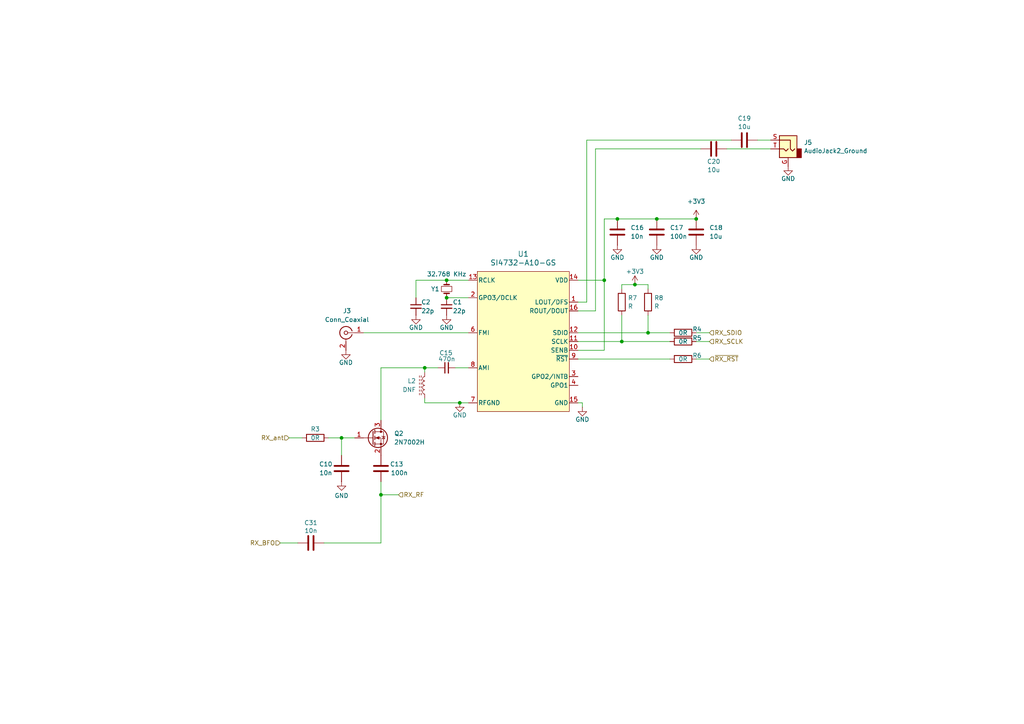
<source format=kicad_sch>
(kicad_sch
	(version 20231120)
	(generator "eeschema")
	(generator_version "8.0")
	(uuid "1baf752e-0595-4a71-81d5-6331cfd7d332")
	(paper "A4")
	(lib_symbols
		(symbol "Connector:Conn_Coaxial"
			(pin_names
				(offset 1.016) hide)
			(exclude_from_sim no)
			(in_bom yes)
			(on_board yes)
			(property "Reference" "J"
				(at 0.254 3.048 0)
				(effects
					(font
						(size 1.27 1.27)
					)
				)
			)
			(property "Value" "Conn_Coaxial"
				(at 2.921 0 90)
				(effects
					(font
						(size 1.27 1.27)
					)
				)
			)
			(property "Footprint" ""
				(at 0 0 0)
				(effects
					(font
						(size 1.27 1.27)
					)
					(hide yes)
				)
			)
			(property "Datasheet" "~"
				(at 0 0 0)
				(effects
					(font
						(size 1.27 1.27)
					)
					(hide yes)
				)
			)
			(property "Description" "coaxial connector (BNC, SMA, SMB, SMC, Cinch/RCA, LEMO, ...)"
				(at 0 0 0)
				(effects
					(font
						(size 1.27 1.27)
					)
					(hide yes)
				)
			)
			(property "ki_keywords" "BNC SMA SMB SMC LEMO coaxial connector CINCH RCA MCX MMCX U.FL UMRF"
				(at 0 0 0)
				(effects
					(font
						(size 1.27 1.27)
					)
					(hide yes)
				)
			)
			(property "ki_fp_filters" "*BNC* *SMA* *SMB* *SMC* *Cinch* *LEMO* *UMRF* *MCX* *U.FL*"
				(at 0 0 0)
				(effects
					(font
						(size 1.27 1.27)
					)
					(hide yes)
				)
			)
			(symbol "Conn_Coaxial_0_1"
				(arc
					(start -1.778 -0.508)
					(mid 0.2311 -1.8066)
					(end 1.778 0)
					(stroke
						(width 0.254)
						(type default)
					)
					(fill
						(type none)
					)
				)
				(polyline
					(pts
						(xy -2.54 0) (xy -0.508 0)
					)
					(stroke
						(width 0)
						(type default)
					)
					(fill
						(type none)
					)
				)
				(polyline
					(pts
						(xy 0 -2.54) (xy 0 -1.778)
					)
					(stroke
						(width 0)
						(type default)
					)
					(fill
						(type none)
					)
				)
				(circle
					(center 0 0)
					(radius 0.508)
					(stroke
						(width 0.2032)
						(type default)
					)
					(fill
						(type none)
					)
				)
				(arc
					(start 1.778 0)
					(mid 0.2099 1.8101)
					(end -1.778 0.508)
					(stroke
						(width 0.254)
						(type default)
					)
					(fill
						(type none)
					)
				)
			)
			(symbol "Conn_Coaxial_1_1"
				(pin passive line
					(at -5.08 0 0)
					(length 2.54)
					(name "In"
						(effects
							(font
								(size 1.27 1.27)
							)
						)
					)
					(number "1"
						(effects
							(font
								(size 1.27 1.27)
							)
						)
					)
				)
				(pin passive line
					(at 0 -5.08 90)
					(length 2.54)
					(name "Ext"
						(effects
							(font
								(size 1.27 1.27)
							)
						)
					)
					(number "2"
						(effects
							(font
								(size 1.27 1.27)
							)
						)
					)
				)
			)
		)
		(symbol "Connector_Audio:AudioJack2_Ground"
			(exclude_from_sim no)
			(in_bom yes)
			(on_board yes)
			(property "Reference" "J"
				(at 0 8.89 0)
				(effects
					(font
						(size 1.27 1.27)
					)
				)
			)
			(property "Value" "AudioJack2_Ground"
				(at 0 6.35 0)
				(effects
					(font
						(size 1.27 1.27)
					)
				)
			)
			(property "Footprint" ""
				(at 0 0 0)
				(effects
					(font
						(size 1.27 1.27)
					)
					(hide yes)
				)
			)
			(property "Datasheet" "~"
				(at 0 0 0)
				(effects
					(font
						(size 1.27 1.27)
					)
					(hide yes)
				)
			)
			(property "Description" "Audio Jack, 2 Poles (Mono / TS), Grounded Sleeve"
				(at 0 0 0)
				(effects
					(font
						(size 1.27 1.27)
					)
					(hide yes)
				)
			)
			(property "ki_keywords" "audio jack receptacle mono phone headphone TS connector"
				(at 0 0 0)
				(effects
					(font
						(size 1.27 1.27)
					)
					(hide yes)
				)
			)
			(property "ki_fp_filters" "Jack*"
				(at 0 0 0)
				(effects
					(font
						(size 1.27 1.27)
					)
					(hide yes)
				)
			)
			(symbol "AudioJack2_Ground_0_1"
				(rectangle
					(start -2.54 -2.54)
					(end -3.81 0)
					(stroke
						(width 0.254)
						(type default)
					)
					(fill
						(type outline)
					)
				)
				(polyline
					(pts
						(xy 0 0) (xy 0.635 -0.635) (xy 1.27 0) (xy 2.54 0)
					)
					(stroke
						(width 0.254)
						(type default)
					)
					(fill
						(type none)
					)
				)
				(polyline
					(pts
						(xy 2.54 2.54) (xy -0.635 2.54) (xy -0.635 0) (xy -1.27 -0.635) (xy -1.905 0)
					)
					(stroke
						(width 0.254)
						(type default)
					)
					(fill
						(type none)
					)
				)
				(rectangle
					(start 2.54 3.81)
					(end -2.54 -2.54)
					(stroke
						(width 0.254)
						(type default)
					)
					(fill
						(type background)
					)
				)
			)
			(symbol "AudioJack2_Ground_1_1"
				(pin passive line
					(at 0 -5.08 90)
					(length 2.54)
					(name "~"
						(effects
							(font
								(size 1.27 1.27)
							)
						)
					)
					(number "G"
						(effects
							(font
								(size 1.27 1.27)
							)
						)
					)
				)
				(pin passive line
					(at 5.08 2.54 180)
					(length 2.54)
					(name "~"
						(effects
							(font
								(size 1.27 1.27)
							)
						)
					)
					(number "S"
						(effects
							(font
								(size 1.27 1.27)
							)
						)
					)
				)
				(pin passive line
					(at 5.08 0 180)
					(length 2.54)
					(name "~"
						(effects
							(font
								(size 1.27 1.27)
							)
						)
					)
					(number "T"
						(effects
							(font
								(size 1.27 1.27)
							)
						)
					)
				)
			)
		)
		(symbol "Device:C"
			(pin_numbers hide)
			(pin_names
				(offset 0.254)
			)
			(exclude_from_sim no)
			(in_bom yes)
			(on_board yes)
			(property "Reference" "C"
				(at 0.635 2.54 0)
				(effects
					(font
						(size 1.27 1.27)
					)
					(justify left)
				)
			)
			(property "Value" "C"
				(at 0.635 -2.54 0)
				(effects
					(font
						(size 1.27 1.27)
					)
					(justify left)
				)
			)
			(property "Footprint" ""
				(at 0.9652 -3.81 0)
				(effects
					(font
						(size 1.27 1.27)
					)
					(hide yes)
				)
			)
			(property "Datasheet" "~"
				(at 0 0 0)
				(effects
					(font
						(size 1.27 1.27)
					)
					(hide yes)
				)
			)
			(property "Description" "Unpolarized capacitor"
				(at 0 0 0)
				(effects
					(font
						(size 1.27 1.27)
					)
					(hide yes)
				)
			)
			(property "ki_keywords" "cap capacitor"
				(at 0 0 0)
				(effects
					(font
						(size 1.27 1.27)
					)
					(hide yes)
				)
			)
			(property "ki_fp_filters" "C_*"
				(at 0 0 0)
				(effects
					(font
						(size 1.27 1.27)
					)
					(hide yes)
				)
			)
			(symbol "C_0_1"
				(polyline
					(pts
						(xy -2.032 -0.762) (xy 2.032 -0.762)
					)
					(stroke
						(width 0.508)
						(type default)
					)
					(fill
						(type none)
					)
				)
				(polyline
					(pts
						(xy -2.032 0.762) (xy 2.032 0.762)
					)
					(stroke
						(width 0.508)
						(type default)
					)
					(fill
						(type none)
					)
				)
			)
			(symbol "C_1_1"
				(pin passive line
					(at 0 3.81 270)
					(length 2.794)
					(name "~"
						(effects
							(font
								(size 1.27 1.27)
							)
						)
					)
					(number "1"
						(effects
							(font
								(size 1.27 1.27)
							)
						)
					)
				)
				(pin passive line
					(at 0 -3.81 90)
					(length 2.794)
					(name "~"
						(effects
							(font
								(size 1.27 1.27)
							)
						)
					)
					(number "2"
						(effects
							(font
								(size 1.27 1.27)
							)
						)
					)
				)
			)
		)
		(symbol "Device:C_Small"
			(pin_numbers hide)
			(pin_names
				(offset 0.254) hide)
			(exclude_from_sim no)
			(in_bom yes)
			(on_board yes)
			(property "Reference" "C"
				(at 0.254 1.778 0)
				(effects
					(font
						(size 1.27 1.27)
					)
					(justify left)
				)
			)
			(property "Value" "C_Small"
				(at 0.254 -2.032 0)
				(effects
					(font
						(size 1.27 1.27)
					)
					(justify left)
				)
			)
			(property "Footprint" ""
				(at 0 0 0)
				(effects
					(font
						(size 1.27 1.27)
					)
					(hide yes)
				)
			)
			(property "Datasheet" "~"
				(at 0 0 0)
				(effects
					(font
						(size 1.27 1.27)
					)
					(hide yes)
				)
			)
			(property "Description" "Unpolarized capacitor, small symbol"
				(at 0 0 0)
				(effects
					(font
						(size 1.27 1.27)
					)
					(hide yes)
				)
			)
			(property "ki_keywords" "capacitor cap"
				(at 0 0 0)
				(effects
					(font
						(size 1.27 1.27)
					)
					(hide yes)
				)
			)
			(property "ki_fp_filters" "C_*"
				(at 0 0 0)
				(effects
					(font
						(size 1.27 1.27)
					)
					(hide yes)
				)
			)
			(symbol "C_Small_0_1"
				(polyline
					(pts
						(xy -1.524 -0.508) (xy 1.524 -0.508)
					)
					(stroke
						(width 0.3302)
						(type default)
					)
					(fill
						(type none)
					)
				)
				(polyline
					(pts
						(xy -1.524 0.508) (xy 1.524 0.508)
					)
					(stroke
						(width 0.3048)
						(type default)
					)
					(fill
						(type none)
					)
				)
			)
			(symbol "C_Small_1_1"
				(pin passive line
					(at 0 2.54 270)
					(length 2.032)
					(name "~"
						(effects
							(font
								(size 1.27 1.27)
							)
						)
					)
					(number "1"
						(effects
							(font
								(size 1.27 1.27)
							)
						)
					)
				)
				(pin passive line
					(at 0 -2.54 90)
					(length 2.032)
					(name "~"
						(effects
							(font
								(size 1.27 1.27)
							)
						)
					)
					(number "2"
						(effects
							(font
								(size 1.27 1.27)
							)
						)
					)
				)
			)
		)
		(symbol "Device:Crystal_Small"
			(pin_numbers hide)
			(pin_names
				(offset 1.016) hide)
			(exclude_from_sim no)
			(in_bom yes)
			(on_board yes)
			(property "Reference" "Y"
				(at 0 2.54 0)
				(effects
					(font
						(size 1.27 1.27)
					)
				)
			)
			(property "Value" "Crystal_Small"
				(at 0 -2.54 0)
				(effects
					(font
						(size 1.27 1.27)
					)
				)
			)
			(property "Footprint" ""
				(at 0 0 0)
				(effects
					(font
						(size 1.27 1.27)
					)
					(hide yes)
				)
			)
			(property "Datasheet" "~"
				(at 0 0 0)
				(effects
					(font
						(size 1.27 1.27)
					)
					(hide yes)
				)
			)
			(property "Description" "Two pin crystal, small symbol"
				(at 0 0 0)
				(effects
					(font
						(size 1.27 1.27)
					)
					(hide yes)
				)
			)
			(property "ki_keywords" "quartz ceramic resonator oscillator"
				(at 0 0 0)
				(effects
					(font
						(size 1.27 1.27)
					)
					(hide yes)
				)
			)
			(property "ki_fp_filters" "Crystal*"
				(at 0 0 0)
				(effects
					(font
						(size 1.27 1.27)
					)
					(hide yes)
				)
			)
			(symbol "Crystal_Small_0_1"
				(rectangle
					(start -0.762 -1.524)
					(end 0.762 1.524)
					(stroke
						(width 0)
						(type default)
					)
					(fill
						(type none)
					)
				)
				(polyline
					(pts
						(xy -1.27 -0.762) (xy -1.27 0.762)
					)
					(stroke
						(width 0.381)
						(type default)
					)
					(fill
						(type none)
					)
				)
				(polyline
					(pts
						(xy 1.27 -0.762) (xy 1.27 0.762)
					)
					(stroke
						(width 0.381)
						(type default)
					)
					(fill
						(type none)
					)
				)
			)
			(symbol "Crystal_Small_1_1"
				(pin passive line
					(at -2.54 0 0)
					(length 1.27)
					(name "1"
						(effects
							(font
								(size 1.27 1.27)
							)
						)
					)
					(number "1"
						(effects
							(font
								(size 1.27 1.27)
							)
						)
					)
				)
				(pin passive line
					(at 2.54 0 180)
					(length 1.27)
					(name "2"
						(effects
							(font
								(size 1.27 1.27)
							)
						)
					)
					(number "2"
						(effects
							(font
								(size 1.27 1.27)
							)
						)
					)
				)
			)
		)
		(symbol "Device:L_Ferrite"
			(pin_numbers hide)
			(pin_names
				(offset 1.016) hide)
			(exclude_from_sim no)
			(in_bom yes)
			(on_board yes)
			(property "Reference" "L"
				(at -1.27 0 90)
				(effects
					(font
						(size 1.27 1.27)
					)
				)
			)
			(property "Value" "L_Ferrite"
				(at 2.794 0 90)
				(effects
					(font
						(size 1.27 1.27)
					)
				)
			)
			(property "Footprint" ""
				(at 0 0 0)
				(effects
					(font
						(size 1.27 1.27)
					)
					(hide yes)
				)
			)
			(property "Datasheet" "~"
				(at 0 0 0)
				(effects
					(font
						(size 1.27 1.27)
					)
					(hide yes)
				)
			)
			(property "Description" "Inductor with ferrite core"
				(at 0 0 0)
				(effects
					(font
						(size 1.27 1.27)
					)
					(hide yes)
				)
			)
			(property "ki_keywords" "inductor choke coil reactor magnetic"
				(at 0 0 0)
				(effects
					(font
						(size 1.27 1.27)
					)
					(hide yes)
				)
			)
			(property "ki_fp_filters" "Choke_* *Coil* Inductor_* L_*"
				(at 0 0 0)
				(effects
					(font
						(size 1.27 1.27)
					)
					(hide yes)
				)
			)
			(symbol "L_Ferrite_0_1"
				(arc
					(start 0 -2.54)
					(mid 0.6323 -1.905)
					(end 0 -1.27)
					(stroke
						(width 0)
						(type default)
					)
					(fill
						(type none)
					)
				)
				(arc
					(start 0 -1.27)
					(mid 0.6323 -0.635)
					(end 0 0)
					(stroke
						(width 0)
						(type default)
					)
					(fill
						(type none)
					)
				)
				(polyline
					(pts
						(xy 1.016 -2.794) (xy 1.016 -2.286)
					)
					(stroke
						(width 0)
						(type default)
					)
					(fill
						(type none)
					)
				)
				(polyline
					(pts
						(xy 1.016 -1.778) (xy 1.016 -1.27)
					)
					(stroke
						(width 0)
						(type default)
					)
					(fill
						(type none)
					)
				)
				(polyline
					(pts
						(xy 1.016 -0.762) (xy 1.016 -0.254)
					)
					(stroke
						(width 0)
						(type default)
					)
					(fill
						(type none)
					)
				)
				(polyline
					(pts
						(xy 1.016 0.254) (xy 1.016 0.762)
					)
					(stroke
						(width 0)
						(type default)
					)
					(fill
						(type none)
					)
				)
				(polyline
					(pts
						(xy 1.016 1.27) (xy 1.016 1.778)
					)
					(stroke
						(width 0)
						(type default)
					)
					(fill
						(type none)
					)
				)
				(polyline
					(pts
						(xy 1.016 2.286) (xy 1.016 2.794)
					)
					(stroke
						(width 0)
						(type default)
					)
					(fill
						(type none)
					)
				)
				(polyline
					(pts
						(xy 1.524 -2.286) (xy 1.524 -2.794)
					)
					(stroke
						(width 0)
						(type default)
					)
					(fill
						(type none)
					)
				)
				(polyline
					(pts
						(xy 1.524 -1.27) (xy 1.524 -1.778)
					)
					(stroke
						(width 0)
						(type default)
					)
					(fill
						(type none)
					)
				)
				(polyline
					(pts
						(xy 1.524 -0.254) (xy 1.524 -0.762)
					)
					(stroke
						(width 0)
						(type default)
					)
					(fill
						(type none)
					)
				)
				(polyline
					(pts
						(xy 1.524 0.762) (xy 1.524 0.254)
					)
					(stroke
						(width 0)
						(type default)
					)
					(fill
						(type none)
					)
				)
				(polyline
					(pts
						(xy 1.524 1.778) (xy 1.524 1.27)
					)
					(stroke
						(width 0)
						(type default)
					)
					(fill
						(type none)
					)
				)
				(polyline
					(pts
						(xy 1.524 2.794) (xy 1.524 2.286)
					)
					(stroke
						(width 0)
						(type default)
					)
					(fill
						(type none)
					)
				)
				(arc
					(start 0 0)
					(mid 0.6323 0.635)
					(end 0 1.27)
					(stroke
						(width 0)
						(type default)
					)
					(fill
						(type none)
					)
				)
				(arc
					(start 0 1.27)
					(mid 0.6323 1.905)
					(end 0 2.54)
					(stroke
						(width 0)
						(type default)
					)
					(fill
						(type none)
					)
				)
			)
			(symbol "L_Ferrite_1_1"
				(pin passive line
					(at 0 3.81 270)
					(length 1.27)
					(name "1"
						(effects
							(font
								(size 1.27 1.27)
							)
						)
					)
					(number "1"
						(effects
							(font
								(size 1.27 1.27)
							)
						)
					)
				)
				(pin passive line
					(at 0 -3.81 90)
					(length 1.27)
					(name "2"
						(effects
							(font
								(size 1.27 1.27)
							)
						)
					)
					(number "2"
						(effects
							(font
								(size 1.27 1.27)
							)
						)
					)
				)
			)
		)
		(symbol "Device:R"
			(pin_numbers hide)
			(pin_names
				(offset 0)
			)
			(exclude_from_sim no)
			(in_bom yes)
			(on_board yes)
			(property "Reference" "R"
				(at 2.032 0 90)
				(effects
					(font
						(size 1.27 1.27)
					)
				)
			)
			(property "Value" "R"
				(at 0 0 90)
				(effects
					(font
						(size 1.27 1.27)
					)
				)
			)
			(property "Footprint" ""
				(at -1.778 0 90)
				(effects
					(font
						(size 1.27 1.27)
					)
					(hide yes)
				)
			)
			(property "Datasheet" "~"
				(at 0 0 0)
				(effects
					(font
						(size 1.27 1.27)
					)
					(hide yes)
				)
			)
			(property "Description" "Resistor"
				(at 0 0 0)
				(effects
					(font
						(size 1.27 1.27)
					)
					(hide yes)
				)
			)
			(property "ki_keywords" "R res resistor"
				(at 0 0 0)
				(effects
					(font
						(size 1.27 1.27)
					)
					(hide yes)
				)
			)
			(property "ki_fp_filters" "R_*"
				(at 0 0 0)
				(effects
					(font
						(size 1.27 1.27)
					)
					(hide yes)
				)
			)
			(symbol "R_0_1"
				(rectangle
					(start -1.016 -2.54)
					(end 1.016 2.54)
					(stroke
						(width 0.254)
						(type default)
					)
					(fill
						(type none)
					)
				)
			)
			(symbol "R_1_1"
				(pin passive line
					(at 0 3.81 270)
					(length 1.27)
					(name "~"
						(effects
							(font
								(size 1.27 1.27)
							)
						)
					)
					(number "1"
						(effects
							(font
								(size 1.27 1.27)
							)
						)
					)
				)
				(pin passive line
					(at 0 -3.81 90)
					(length 1.27)
					(name "~"
						(effects
							(font
								(size 1.27 1.27)
							)
						)
					)
					(number "2"
						(effects
							(font
								(size 1.27 1.27)
							)
						)
					)
				)
			)
		)
		(symbol "Transistor_FET:2N7002H"
			(pin_names hide)
			(exclude_from_sim no)
			(in_bom yes)
			(on_board yes)
			(property "Reference" "Q"
				(at 5.08 1.905 0)
				(effects
					(font
						(size 1.27 1.27)
					)
					(justify left)
				)
			)
			(property "Value" "2N7002H"
				(at 5.08 0 0)
				(effects
					(font
						(size 1.27 1.27)
					)
					(justify left)
				)
			)
			(property "Footprint" "Package_TO_SOT_SMD:SOT-23"
				(at 5.08 -1.905 0)
				(effects
					(font
						(size 1.27 1.27)
						(italic yes)
					)
					(justify left)
					(hide yes)
				)
			)
			(property "Datasheet" "http://www.diodes.com/assets/Datasheets/2N7002H.pdf"
				(at 5.08 -3.81 0)
				(effects
					(font
						(size 1.27 1.27)
					)
					(justify left)
					(hide yes)
				)
			)
			(property "Description" "0.21A Id, 60V Vds, N-Channel MOSFET, SOT-23"
				(at 0 0 0)
				(effects
					(font
						(size 1.27 1.27)
					)
					(hide yes)
				)
			)
			(property "ki_keywords" "N-Channel MOSFET"
				(at 0 0 0)
				(effects
					(font
						(size 1.27 1.27)
					)
					(hide yes)
				)
			)
			(property "ki_fp_filters" "SOT?23*"
				(at 0 0 0)
				(effects
					(font
						(size 1.27 1.27)
					)
					(hide yes)
				)
			)
			(symbol "2N7002H_0_1"
				(polyline
					(pts
						(xy 0.254 0) (xy -2.54 0)
					)
					(stroke
						(width 0)
						(type default)
					)
					(fill
						(type none)
					)
				)
				(polyline
					(pts
						(xy 0.254 1.905) (xy 0.254 -1.905)
					)
					(stroke
						(width 0.254)
						(type default)
					)
					(fill
						(type none)
					)
				)
				(polyline
					(pts
						(xy 0.762 -1.27) (xy 0.762 -2.286)
					)
					(stroke
						(width 0.254)
						(type default)
					)
					(fill
						(type none)
					)
				)
				(polyline
					(pts
						(xy 0.762 0.508) (xy 0.762 -0.508)
					)
					(stroke
						(width 0.254)
						(type default)
					)
					(fill
						(type none)
					)
				)
				(polyline
					(pts
						(xy 0.762 2.286) (xy 0.762 1.27)
					)
					(stroke
						(width 0.254)
						(type default)
					)
					(fill
						(type none)
					)
				)
				(polyline
					(pts
						(xy 2.54 2.54) (xy 2.54 1.778)
					)
					(stroke
						(width 0)
						(type default)
					)
					(fill
						(type none)
					)
				)
				(polyline
					(pts
						(xy 2.54 -2.54) (xy 2.54 0) (xy 0.762 0)
					)
					(stroke
						(width 0)
						(type default)
					)
					(fill
						(type none)
					)
				)
				(polyline
					(pts
						(xy 0.762 -1.778) (xy 3.302 -1.778) (xy 3.302 1.778) (xy 0.762 1.778)
					)
					(stroke
						(width 0)
						(type default)
					)
					(fill
						(type none)
					)
				)
				(polyline
					(pts
						(xy 1.016 0) (xy 2.032 0.381) (xy 2.032 -0.381) (xy 1.016 0)
					)
					(stroke
						(width 0)
						(type default)
					)
					(fill
						(type outline)
					)
				)
				(polyline
					(pts
						(xy 2.794 0.508) (xy 2.921 0.381) (xy 3.683 0.381) (xy 3.81 0.254)
					)
					(stroke
						(width 0)
						(type default)
					)
					(fill
						(type none)
					)
				)
				(polyline
					(pts
						(xy 3.302 0.381) (xy 2.921 -0.254) (xy 3.683 -0.254) (xy 3.302 0.381)
					)
					(stroke
						(width 0)
						(type default)
					)
					(fill
						(type none)
					)
				)
				(circle
					(center 1.651 0)
					(radius 2.794)
					(stroke
						(width 0.254)
						(type default)
					)
					(fill
						(type none)
					)
				)
				(circle
					(center 2.54 -1.778)
					(radius 0.254)
					(stroke
						(width 0)
						(type default)
					)
					(fill
						(type outline)
					)
				)
				(circle
					(center 2.54 1.778)
					(radius 0.254)
					(stroke
						(width 0)
						(type default)
					)
					(fill
						(type outline)
					)
				)
			)
			(symbol "2N7002H_1_1"
				(pin input line
					(at -5.08 0 0)
					(length 2.54)
					(name "G"
						(effects
							(font
								(size 1.27 1.27)
							)
						)
					)
					(number "1"
						(effects
							(font
								(size 1.27 1.27)
							)
						)
					)
				)
				(pin passive line
					(at 2.54 -5.08 90)
					(length 2.54)
					(name "S"
						(effects
							(font
								(size 1.27 1.27)
							)
						)
					)
					(number "2"
						(effects
							(font
								(size 1.27 1.27)
							)
						)
					)
				)
				(pin passive line
					(at 2.54 5.08 270)
					(length 2.54)
					(name "D"
						(effects
							(font
								(size 1.27 1.27)
							)
						)
					)
					(number "3"
						(effects
							(font
								(size 1.27 1.27)
							)
						)
					)
				)
			)
		)
		(symbol "power:+3V3"
			(power)
			(pin_numbers hide)
			(pin_names
				(offset 0) hide)
			(exclude_from_sim no)
			(in_bom yes)
			(on_board yes)
			(property "Reference" "#PWR"
				(at 0 -3.81 0)
				(effects
					(font
						(size 1.27 1.27)
					)
					(hide yes)
				)
			)
			(property "Value" "+3V3"
				(at 0 3.556 0)
				(effects
					(font
						(size 1.27 1.27)
					)
				)
			)
			(property "Footprint" ""
				(at 0 0 0)
				(effects
					(font
						(size 1.27 1.27)
					)
					(hide yes)
				)
			)
			(property "Datasheet" ""
				(at 0 0 0)
				(effects
					(font
						(size 1.27 1.27)
					)
					(hide yes)
				)
			)
			(property "Description" "Power symbol creates a global label with name \"+3V3\""
				(at 0 0 0)
				(effects
					(font
						(size 1.27 1.27)
					)
					(hide yes)
				)
			)
			(property "ki_keywords" "global power"
				(at 0 0 0)
				(effects
					(font
						(size 1.27 1.27)
					)
					(hide yes)
				)
			)
			(symbol "+3V3_0_1"
				(polyline
					(pts
						(xy -0.762 1.27) (xy 0 2.54)
					)
					(stroke
						(width 0)
						(type default)
					)
					(fill
						(type none)
					)
				)
				(polyline
					(pts
						(xy 0 0) (xy 0 2.54)
					)
					(stroke
						(width 0)
						(type default)
					)
					(fill
						(type none)
					)
				)
				(polyline
					(pts
						(xy 0 2.54) (xy 0.762 1.27)
					)
					(stroke
						(width 0)
						(type default)
					)
					(fill
						(type none)
					)
				)
			)
			(symbol "+3V3_1_1"
				(pin power_in line
					(at 0 0 90)
					(length 0)
					(name "~"
						(effects
							(font
								(size 1.27 1.27)
							)
						)
					)
					(number "1"
						(effects
							(font
								(size 1.27 1.27)
							)
						)
					)
				)
			)
		)
		(symbol "power:GND"
			(power)
			(pin_numbers hide)
			(pin_names
				(offset 0) hide)
			(exclude_from_sim no)
			(in_bom yes)
			(on_board yes)
			(property "Reference" "#PWR"
				(at 0 -6.35 0)
				(effects
					(font
						(size 1.27 1.27)
					)
					(hide yes)
				)
			)
			(property "Value" "GND"
				(at 0 -3.81 0)
				(effects
					(font
						(size 1.27 1.27)
					)
				)
			)
			(property "Footprint" ""
				(at 0 0 0)
				(effects
					(font
						(size 1.27 1.27)
					)
					(hide yes)
				)
			)
			(property "Datasheet" ""
				(at 0 0 0)
				(effects
					(font
						(size 1.27 1.27)
					)
					(hide yes)
				)
			)
			(property "Description" "Power symbol creates a global label with name \"GND\" , ground"
				(at 0 0 0)
				(effects
					(font
						(size 1.27 1.27)
					)
					(hide yes)
				)
			)
			(property "ki_keywords" "global power"
				(at 0 0 0)
				(effects
					(font
						(size 1.27 1.27)
					)
					(hide yes)
				)
			)
			(symbol "GND_0_1"
				(polyline
					(pts
						(xy 0 0) (xy 0 -1.27) (xy 1.27 -1.27) (xy 0 -2.54) (xy -1.27 -1.27) (xy 0 -1.27)
					)
					(stroke
						(width 0)
						(type default)
					)
					(fill
						(type none)
					)
				)
			)
			(symbol "GND_1_1"
				(pin power_in line
					(at 0 0 270)
					(length 0)
					(name "~"
						(effects
							(font
								(size 1.27 1.27)
							)
						)
					)
					(number "1"
						(effects
							(font
								(size 1.27 1.27)
							)
						)
					)
				)
			)
		)
		(symbol "summit_scourer:SI4732-A10-GS"
			(pin_names
				(offset 0.254)
			)
			(exclude_from_sim no)
			(in_bom yes)
			(on_board yes)
			(property "Reference" "U"
				(at -0.254 25.654 0)
				(effects
					(font
						(size 1.524 1.524)
					)
				)
			)
			(property "Value" "SI4732-A10-GS"
				(at -0.254 23.114 0)
				(effects
					(font
						(size 1.524 1.524)
					)
				)
			)
			(property "Footprint" "SOIC_A10-GS_SIL"
				(at 0.762 -23.622 0)
				(effects
					(font
						(size 1.27 1.27)
						(italic yes)
					)
					(hide yes)
				)
			)
			(property "Datasheet" "SI4732-A10-GS"
				(at 0.762 -21.336 0)
				(effects
					(font
						(size 1.27 1.27)
						(italic yes)
					)
					(hide yes)
				)
			)
			(property "Description" ""
				(at 0 0 0)
				(effects
					(font
						(size 1.27 1.27)
					)
					(hide yes)
				)
			)
			(property "ki_locked" ""
				(at 0 0 0)
				(effects
					(font
						(size 1.27 1.27)
					)
				)
			)
			(property "ki_keywords" "SI4732-A10-GS"
				(at 0 0 0)
				(effects
					(font
						(size 1.27 1.27)
					)
					(hide yes)
				)
			)
			(property "ki_fp_filters" "SOIC_A10-GS_SIL SOIC_A10-GS_SIL-M SOIC_A10-GS_SIL-L"
				(at 0 0 0)
				(effects
					(font
						(size 1.27 1.27)
					)
					(hide yes)
				)
			)
			(symbol "SI4732-A10-GS_0_1"
				(pin unspecified line
					(at 16.51 12.7 180)
					(length 2.54)
					(name "LOUT/DFS"
						(effects
							(font
								(size 1.27 1.27)
							)
						)
					)
					(number "1"
						(effects
							(font
								(size 1.27 1.27)
							)
						)
					)
				)
				(pin unspecified line
					(at 16.51 -1.27 180)
					(length 2.54)
					(name "SENB"
						(effects
							(font
								(size 1.27 1.27)
							)
						)
					)
					(number "10"
						(effects
							(font
								(size 1.27 1.27)
							)
						)
					)
				)
				(pin unspecified line
					(at 16.51 1.27 180)
					(length 2.54)
					(name "SCLK"
						(effects
							(font
								(size 1.27 1.27)
							)
						)
					)
					(number "11"
						(effects
							(font
								(size 1.27 1.27)
							)
						)
					)
				)
				(pin unspecified line
					(at 16.51 3.81 180)
					(length 2.54)
					(name "SDIO"
						(effects
							(font
								(size 1.27 1.27)
							)
						)
					)
					(number "12"
						(effects
							(font
								(size 1.27 1.27)
							)
						)
					)
				)
				(pin unspecified line
					(at -15.24 19.05 0)
					(length 2.54)
					(name "RCLK"
						(effects
							(font
								(size 1.27 1.27)
							)
						)
					)
					(number "13"
						(effects
							(font
								(size 1.27 1.27)
							)
						)
					)
				)
				(pin power_in line
					(at 16.51 19.05 180)
					(length 2.54)
					(name "VDD"
						(effects
							(font
								(size 1.27 1.27)
							)
						)
					)
					(number "14"
						(effects
							(font
								(size 1.27 1.27)
							)
						)
					)
				)
				(pin power_out line
					(at 16.51 -16.51 180)
					(length 2.54)
					(name "GND"
						(effects
							(font
								(size 1.27 1.27)
							)
						)
					)
					(number "15"
						(effects
							(font
								(size 1.27 1.27)
							)
						)
					)
				)
				(pin unspecified line
					(at 16.51 10.16 180)
					(length 2.54)
					(name "ROUT/DOUT"
						(effects
							(font
								(size 1.27 1.27)
							)
						)
					)
					(number "16"
						(effects
							(font
								(size 1.27 1.27)
							)
						)
					)
				)
				(pin unspecified line
					(at -15.24 13.97 0)
					(length 2.54)
					(name "GPO3/DCLK"
						(effects
							(font
								(size 1.27 1.27)
							)
						)
					)
					(number "2"
						(effects
							(font
								(size 1.27 1.27)
							)
						)
					)
				)
				(pin unspecified line
					(at 16.51 -8.89 180)
					(length 2.54)
					(name "GPO2/INTB"
						(effects
							(font
								(size 1.27 1.27)
							)
						)
					)
					(number "3"
						(effects
							(font
								(size 1.27 1.27)
							)
						)
					)
				)
				(pin unspecified line
					(at 16.51 -11.43 180)
					(length 2.54)
					(name "GPO1"
						(effects
							(font
								(size 1.27 1.27)
							)
						)
					)
					(number "4"
						(effects
							(font
								(size 1.27 1.27)
							)
						)
					)
				)
				(pin no_connect line
					(at 16.51 -13.97 180)
					(length 2.54) hide
					(name "NC"
						(effects
							(font
								(size 1.27 1.27)
							)
						)
					)
					(number "5"
						(effects
							(font
								(size 1.27 1.27)
							)
						)
					)
				)
				(pin unspecified line
					(at -15.24 3.81 0)
					(length 2.54)
					(name "FMI"
						(effects
							(font
								(size 1.27 1.27)
							)
						)
					)
					(number "6"
						(effects
							(font
								(size 1.27 1.27)
							)
						)
					)
				)
				(pin power_out line
					(at -15.24 -16.51 0)
					(length 2.54)
					(name "RFGND"
						(effects
							(font
								(size 1.27 1.27)
							)
						)
					)
					(number "7"
						(effects
							(font
								(size 1.27 1.27)
							)
						)
					)
				)
				(pin unspecified line
					(at -15.24 -6.35 0)
					(length 2.54)
					(name "AMI"
						(effects
							(font
								(size 1.27 1.27)
							)
						)
					)
					(number "8"
						(effects
							(font
								(size 1.27 1.27)
							)
						)
					)
				)
			)
			(symbol "SI4732-A10-GS_1_1"
				(rectangle
					(start -12.7 21.59)
					(end 13.97 -19.05)
					(stroke
						(width 0)
						(type default)
					)
					(fill
						(type background)
					)
				)
				(pin unspecified line
					(at 16.51 -3.81 180)
					(length 2.54)
					(name "~{RST}"
						(effects
							(font
								(size 1.27 1.27)
							)
						)
					)
					(number "9"
						(effects
							(font
								(size 1.27 1.27)
							)
						)
					)
				)
			)
		)
	)
	(junction
		(at 184.15 82.55)
		(diameter 0)
		(color 0 0 0 0)
		(uuid "1b87c6b2-6b85-4c53-a257-65673c10fd35")
	)
	(junction
		(at 180.34 99.06)
		(diameter 0)
		(color 0 0 0 0)
		(uuid "22d6e29a-4105-4837-a434-bfd903aab02b")
	)
	(junction
		(at 129.54 81.28)
		(diameter 0)
		(color 0 0 0 0)
		(uuid "39abde2b-1f36-4b19-8f8a-9c7e68d36ad0")
	)
	(junction
		(at 129.54 86.36)
		(diameter 0)
		(color 0 0 0 0)
		(uuid "466cf39f-ef27-48dd-88c5-58a9b709e882")
	)
	(junction
		(at 187.96 96.52)
		(diameter 0)
		(color 0 0 0 0)
		(uuid "50a0fec0-49bf-4964-b342-1f1ae80f1d56")
	)
	(junction
		(at 175.26 81.28)
		(diameter 0)
		(color 0 0 0 0)
		(uuid "68752afc-5a74-4579-8040-856ec5bb9b48")
	)
	(junction
		(at 99.06 127)
		(diameter 0)
		(color 0 0 0 0)
		(uuid "760af579-8085-4e5c-a9f3-df8b87b928ec")
	)
	(junction
		(at 133.35 116.84)
		(diameter 0)
		(color 0 0 0 0)
		(uuid "a0e9658d-69d2-4efa-8abd-90caa0e7e4cc")
	)
	(junction
		(at 110.49 143.51)
		(diameter 0)
		(color 0 0 0 0)
		(uuid "c7dbb268-79af-42e7-a56b-afa39a011684")
	)
	(junction
		(at 190.5 63.5)
		(diameter 0)
		(color 0 0 0 0)
		(uuid "d5e8ffd6-e10a-428d-9f11-deee12ac9daa")
	)
	(junction
		(at 123.19 106.68)
		(diameter 0)
		(color 0 0 0 0)
		(uuid "e387ff1e-ad60-4de2-9739-d4f63a601d7e")
	)
	(junction
		(at 201.93 63.5)
		(diameter 0)
		(color 0 0 0 0)
		(uuid "e5833b44-3b03-496a-9299-c0ce059b8c81")
	)
	(junction
		(at 179.07 63.5)
		(diameter 0)
		(color 0 0 0 0)
		(uuid "ec6cec3b-0237-4d8b-8182-a00dfd3ea8d7")
	)
	(wire
		(pts
			(xy 115.57 143.51) (xy 110.49 143.51)
		)
		(stroke
			(width 0)
			(type default)
		)
		(uuid "04645b12-2f32-4852-bd92-269e7a39eed1")
	)
	(wire
		(pts
			(xy 170.18 40.64) (xy 212.09 40.64)
		)
		(stroke
			(width 0)
			(type default)
		)
		(uuid "04f27c76-606a-43e4-b82d-6b335679f5af")
	)
	(wire
		(pts
			(xy 190.5 63.5) (xy 179.07 63.5)
		)
		(stroke
			(width 0)
			(type default)
		)
		(uuid "0c801dfd-27ff-4990-8fa0-ca906d11df39")
	)
	(wire
		(pts
			(xy 167.64 96.52) (xy 187.96 96.52)
		)
		(stroke
			(width 0)
			(type default)
		)
		(uuid "13942d93-fe32-468f-a292-df3c166b1249")
	)
	(wire
		(pts
			(xy 201.93 63.5) (xy 190.5 63.5)
		)
		(stroke
			(width 0)
			(type default)
		)
		(uuid "1cc8e284-9ae9-4e6d-93b3-2570e4eeb1fb")
	)
	(wire
		(pts
			(xy 99.06 132.08) (xy 99.06 127)
		)
		(stroke
			(width 0)
			(type default)
		)
		(uuid "24dab403-85a2-45e5-89b3-46e4bff5815e")
	)
	(wire
		(pts
			(xy 201.93 104.14) (xy 205.74 104.14)
		)
		(stroke
			(width 0)
			(type default)
		)
		(uuid "2bfc9209-a4bc-4ba7-b06e-739d739a80ae")
	)
	(wire
		(pts
			(xy 168.91 118.11) (xy 168.91 116.84)
		)
		(stroke
			(width 0)
			(type default)
		)
		(uuid "2c14d433-2805-4109-8003-2add5d47de01")
	)
	(wire
		(pts
			(xy 175.26 101.6) (xy 167.64 101.6)
		)
		(stroke
			(width 0)
			(type default)
		)
		(uuid "32bca77b-428d-4331-83d7-968871f1d12d")
	)
	(wire
		(pts
			(xy 120.65 86.36) (xy 120.65 81.28)
		)
		(stroke
			(width 0)
			(type default)
		)
		(uuid "366149be-b065-4f0d-bd79-cce9c5db75ef")
	)
	(wire
		(pts
			(xy 123.19 107.95) (xy 123.19 106.68)
		)
		(stroke
			(width 0)
			(type default)
		)
		(uuid "3850cf72-ddb6-42ba-a65e-840017210cd0")
	)
	(wire
		(pts
			(xy 180.34 99.06) (xy 194.31 99.06)
		)
		(stroke
			(width 0)
			(type default)
		)
		(uuid "39f62550-fb7b-4012-a9f2-48c163478089")
	)
	(wire
		(pts
			(xy 187.96 91.44) (xy 187.96 96.52)
		)
		(stroke
			(width 0)
			(type default)
		)
		(uuid "42b52794-2c65-45d1-a214-adbe652d61da")
	)
	(wire
		(pts
			(xy 172.72 43.18) (xy 172.72 90.17)
		)
		(stroke
			(width 0)
			(type default)
		)
		(uuid "4376653b-f404-49bf-971b-2c0161b732d0")
	)
	(wire
		(pts
			(xy 105.41 96.52) (xy 135.89 96.52)
		)
		(stroke
			(width 0)
			(type default)
		)
		(uuid "4a47e7b0-7973-4067-a805-235047237c8b")
	)
	(wire
		(pts
			(xy 81.28 157.48) (xy 86.36 157.48)
		)
		(stroke
			(width 0)
			(type default)
		)
		(uuid "4fd85df6-b5cb-4ca0-bee0-efae407fe315")
	)
	(wire
		(pts
			(xy 180.34 82.55) (xy 184.15 82.55)
		)
		(stroke
			(width 0)
			(type default)
		)
		(uuid "54eeaffe-fbd7-436b-8b6a-4cc4c64fdcb8")
	)
	(wire
		(pts
			(xy 168.91 116.84) (xy 167.64 116.84)
		)
		(stroke
			(width 0)
			(type default)
		)
		(uuid "5975f81f-f83a-4210-960e-28cf17488934")
	)
	(wire
		(pts
			(xy 123.19 115.57) (xy 123.19 116.84)
		)
		(stroke
			(width 0)
			(type default)
		)
		(uuid "59de147f-b92f-4799-9397-955e0fd66d13")
	)
	(wire
		(pts
			(xy 201.93 96.52) (xy 205.74 96.52)
		)
		(stroke
			(width 0)
			(type default)
		)
		(uuid "5bda0365-97e9-4e19-a729-1ab81650254b")
	)
	(wire
		(pts
			(xy 175.26 81.28) (xy 175.26 101.6)
		)
		(stroke
			(width 0)
			(type default)
		)
		(uuid "5c322bbe-e549-43e8-9167-b0bc4daa0456")
	)
	(wire
		(pts
			(xy 129.54 81.28) (xy 135.89 81.28)
		)
		(stroke
			(width 0)
			(type default)
		)
		(uuid "5ed3254b-b5ec-47c3-b4f0-f6677e0a00aa")
	)
	(wire
		(pts
			(xy 110.49 106.68) (xy 110.49 121.92)
		)
		(stroke
			(width 0)
			(type default)
		)
		(uuid "69b6d6d7-b988-4fba-94b5-67101fb00685")
	)
	(wire
		(pts
			(xy 223.52 43.18) (xy 210.82 43.18)
		)
		(stroke
			(width 0)
			(type default)
		)
		(uuid "6dc1d8cd-d29e-472d-a038-a4f3fb827edf")
	)
	(wire
		(pts
			(xy 201.93 99.06) (xy 205.74 99.06)
		)
		(stroke
			(width 0)
			(type default)
		)
		(uuid "6dc30ed9-c145-4c6c-8ffb-db7f38546ca1")
	)
	(wire
		(pts
			(xy 167.64 81.28) (xy 175.26 81.28)
		)
		(stroke
			(width 0)
			(type default)
		)
		(uuid "71944663-5322-48d0-a9a7-d0ef2ec5893e")
	)
	(wire
		(pts
			(xy 110.49 143.51) (xy 110.49 157.48)
		)
		(stroke
			(width 0)
			(type default)
		)
		(uuid "7d85f915-ead6-4132-905f-14cb31481fb0")
	)
	(wire
		(pts
			(xy 110.49 157.48) (xy 93.98 157.48)
		)
		(stroke
			(width 0)
			(type default)
		)
		(uuid "84298e8e-c526-4fec-a4f7-cc7b2344e9db")
	)
	(wire
		(pts
			(xy 180.34 83.82) (xy 180.34 82.55)
		)
		(stroke
			(width 0)
			(type default)
		)
		(uuid "8d18140c-a5c2-4ce8-97cb-4ea2c2051e23")
	)
	(wire
		(pts
			(xy 120.65 81.28) (xy 129.54 81.28)
		)
		(stroke
			(width 0)
			(type default)
		)
		(uuid "92b5ec33-49d0-4695-95c4-1a7be2ba552c")
	)
	(wire
		(pts
			(xy 167.64 104.14) (xy 194.31 104.14)
		)
		(stroke
			(width 0)
			(type default)
		)
		(uuid "94af85f6-9c72-4edf-8fe1-e4a0d93decba")
	)
	(wire
		(pts
			(xy 179.07 63.5) (xy 175.26 63.5)
		)
		(stroke
			(width 0)
			(type default)
		)
		(uuid "95036b65-c885-45f4-a256-f8e5c9bf3f7f")
	)
	(wire
		(pts
			(xy 172.72 43.18) (xy 203.2 43.18)
		)
		(stroke
			(width 0)
			(type default)
		)
		(uuid "96680d19-76d2-4441-a1b6-a69630a53cec")
	)
	(wire
		(pts
			(xy 175.26 63.5) (xy 175.26 81.28)
		)
		(stroke
			(width 0)
			(type default)
		)
		(uuid "96c8c433-ab08-44fc-9027-f64f6e37aa24")
	)
	(wire
		(pts
			(xy 187.96 83.82) (xy 187.96 82.55)
		)
		(stroke
			(width 0)
			(type default)
		)
		(uuid "a11b7326-1ece-46df-b779-fe4530a0a4f3")
	)
	(wire
		(pts
			(xy 99.06 127) (xy 102.87 127)
		)
		(stroke
			(width 0)
			(type default)
		)
		(uuid "a3fbeb18-672e-41c8-a230-e26865aa93aa")
	)
	(wire
		(pts
			(xy 83.82 127) (xy 87.63 127)
		)
		(stroke
			(width 0)
			(type default)
		)
		(uuid "a6d60319-f126-409a-a69a-034fb77a5a97")
	)
	(wire
		(pts
			(xy 110.49 106.68) (xy 123.19 106.68)
		)
		(stroke
			(width 0)
			(type default)
		)
		(uuid "a716b69f-c491-493d-8e7e-050a1e4483af")
	)
	(wire
		(pts
			(xy 187.96 82.55) (xy 184.15 82.55)
		)
		(stroke
			(width 0)
			(type default)
		)
		(uuid "a9e9843c-0bab-4501-80d2-ae6e1a189835")
	)
	(wire
		(pts
			(xy 167.64 87.63) (xy 170.18 87.63)
		)
		(stroke
			(width 0)
			(type default)
		)
		(uuid "bab6a36c-27ff-4a3d-b93c-4696375f9f56")
	)
	(wire
		(pts
			(xy 133.35 116.84) (xy 135.89 116.84)
		)
		(stroke
			(width 0)
			(type default)
		)
		(uuid "bb3d4ccb-ad23-419d-ba87-487a873eb283")
	)
	(wire
		(pts
			(xy 95.25 127) (xy 99.06 127)
		)
		(stroke
			(width 0)
			(type default)
		)
		(uuid "c76ea7fd-8a49-499c-8f1e-7dde4e04b9d7")
	)
	(wire
		(pts
			(xy 187.96 96.52) (xy 194.31 96.52)
		)
		(stroke
			(width 0)
			(type default)
		)
		(uuid "cebff3e6-5293-4d08-b854-73bf061cf5a8")
	)
	(wire
		(pts
			(xy 167.64 90.17) (xy 172.72 90.17)
		)
		(stroke
			(width 0)
			(type default)
		)
		(uuid "d04c15c3-4ced-4d15-be67-ad445610593c")
	)
	(wire
		(pts
			(xy 132.08 106.68) (xy 135.89 106.68)
		)
		(stroke
			(width 0)
			(type default)
		)
		(uuid "d195ef0f-59d8-4afa-967d-aa1d5bb122c7")
	)
	(wire
		(pts
			(xy 123.19 106.68) (xy 127 106.68)
		)
		(stroke
			(width 0)
			(type default)
		)
		(uuid "d3814c61-43b5-4792-8502-e22c8cc107ee")
	)
	(wire
		(pts
			(xy 170.18 40.64) (xy 170.18 87.63)
		)
		(stroke
			(width 0)
			(type default)
		)
		(uuid "d3ab0b19-0427-41a4-ab97-377612d0e931")
	)
	(wire
		(pts
			(xy 110.49 143.51) (xy 110.49 139.7)
		)
		(stroke
			(width 0)
			(type default)
		)
		(uuid "ea877319-5b9c-448c-8436-6bce01c5ea64")
	)
	(wire
		(pts
			(xy 180.34 91.44) (xy 180.34 99.06)
		)
		(stroke
			(width 0)
			(type default)
		)
		(uuid "ecf266b0-e42c-4cf1-b08e-56753f9579a4")
	)
	(wire
		(pts
			(xy 223.52 40.64) (xy 219.71 40.64)
		)
		(stroke
			(width 0)
			(type default)
		)
		(uuid "ef1be58e-0af6-4897-aed3-1729c8a53dfb")
	)
	(wire
		(pts
			(xy 129.54 86.36) (xy 135.89 86.36)
		)
		(stroke
			(width 0)
			(type default)
		)
		(uuid "f3ad6fd1-f2fc-4ac4-bcbf-84b43383ef1f")
	)
	(wire
		(pts
			(xy 123.19 116.84) (xy 133.35 116.84)
		)
		(stroke
			(width 0)
			(type default)
		)
		(uuid "f4eda2d3-0dd2-4a58-bf61-0583361bd55e")
	)
	(wire
		(pts
			(xy 167.64 99.06) (xy 180.34 99.06)
		)
		(stroke
			(width 0)
			(type default)
		)
		(uuid "f50243f8-be47-4e25-8ba3-27fe30572119")
	)
	(hierarchical_label "RX_RF"
		(shape input)
		(at 115.57 143.51 0)
		(fields_autoplaced yes)
		(effects
			(font
				(size 1.27 1.27)
			)
			(justify left)
		)
		(uuid "1bedbeb6-e667-4184-8919-1ffc18e7ba3b")
	)
	(hierarchical_label "~{RX_RST}"
		(shape input)
		(at 205.74 104.14 0)
		(fields_autoplaced yes)
		(effects
			(font
				(size 1.27 1.27)
			)
			(justify left)
		)
		(uuid "23573f98-d3ef-4499-acf4-d2f0f7de5c2e")
	)
	(hierarchical_label "RX_BFO"
		(shape input)
		(at 81.28 157.48 180)
		(fields_autoplaced yes)
		(effects
			(font
				(size 1.27 1.27)
			)
			(justify right)
		)
		(uuid "97f8f24b-07d6-4287-af60-8a4eb93465c5")
	)
	(hierarchical_label "RX_SDIO"
		(shape input)
		(at 205.74 96.52 0)
		(fields_autoplaced yes)
		(effects
			(font
				(size 1.27 1.27)
			)
			(justify left)
		)
		(uuid "b973e53c-9437-4e87-ac60-53153642e823")
	)
	(hierarchical_label "RX_SCLK"
		(shape input)
		(at 205.74 99.06 0)
		(fields_autoplaced yes)
		(effects
			(font
				(size 1.27 1.27)
			)
			(justify left)
		)
		(uuid "be714550-6a04-4e28-ab52-c7433bd2ac76")
	)
	(hierarchical_label "RX_ant"
		(shape input)
		(at 83.82 127 180)
		(fields_autoplaced yes)
		(effects
			(font
				(size 1.27 1.27)
			)
			(justify right)
		)
		(uuid "e5246c85-a4de-4c79-848a-74e21b33d336")
	)
	(symbol
		(lib_id "power:GND")
		(at 100.33 101.6 0)
		(unit 1)
		(exclude_from_sim no)
		(in_bom yes)
		(on_board yes)
		(dnp no)
		(uuid "02e3bba7-0508-4044-9c20-317ea286779a")
		(property "Reference" "#PWR011"
			(at 100.33 107.95 0)
			(effects
				(font
					(size 1.27 1.27)
				)
				(hide yes)
			)
		)
		(property "Value" "GND"
			(at 100.33 105.156 0)
			(effects
				(font
					(size 1.27 1.27)
				)
			)
		)
		(property "Footprint" ""
			(at 100.33 101.6 0)
			(effects
				(font
					(size 1.27 1.27)
				)
				(hide yes)
			)
		)
		(property "Datasheet" ""
			(at 100.33 101.6 0)
			(effects
				(font
					(size 1.27 1.27)
				)
				(hide yes)
			)
		)
		(property "Description" "Power symbol creates a global label with name \"GND\" , ground"
			(at 100.33 101.6 0)
			(effects
				(font
					(size 1.27 1.27)
				)
				(hide yes)
			)
		)
		(pin "1"
			(uuid "4441f832-5318-44db-850f-89d66bc482ae")
		)
		(instances
			(project "summit_scourer"
				(path "/97fa5a9e-fea2-40ae-976c-23c41ffbf522/80025feb-5619-4de4-bda2-2c6e3934e4ae"
					(reference "#PWR011")
					(unit 1)
				)
			)
		)
	)
	(symbol
		(lib_id "Device:Crystal_Small")
		(at 129.54 83.82 90)
		(unit 1)
		(exclude_from_sim no)
		(in_bom yes)
		(on_board yes)
		(dnp no)
		(uuid "04dd7756-2897-4bdd-ac45-e4191d82a404")
		(property "Reference" "Y1"
			(at 126.238 83.82 90)
			(effects
				(font
					(size 1.27 1.27)
				)
			)
		)
		(property "Value" "32.768 KHz"
			(at 129.54 79.502 90)
			(effects
				(font
					(size 1.27 1.27)
				)
			)
		)
		(property "Footprint" "Crystal:Crystal_SMD_3215-2Pin_3.2x1.5mm"
			(at 129.54 83.82 0)
			(effects
				(font
					(size 1.27 1.27)
				)
				(hide yes)
			)
		)
		(property "Datasheet" "~"
			(at 129.54 83.82 0)
			(effects
				(font
					(size 1.27 1.27)
				)
				(hide yes)
			)
		)
		(property "Description" "Two pin crystal, small symbol"
			(at 129.54 83.82 0)
			(effects
				(font
					(size 1.27 1.27)
				)
				(hide yes)
			)
		)
		(property "Manufacturer" "Abracon LLC"
			(at 129.54 83.82 0)
			(effects
				(font
					(size 1.27 1.27)
				)
				(hide yes)
			)
		)
		(property "Part Num" "ABS07AIG-32.768KHZ-D-T"
			(at 129.54 83.82 0)
			(effects
				(font
					(size 1.27 1.27)
				)
				(hide yes)
			)
		)
		(pin "2"
			(uuid "7af44037-0dea-4306-8830-aed98eba0f08")
		)
		(pin "1"
			(uuid "048f24e1-aedb-4b23-9f02-183633ea7930")
		)
		(instances
			(project "summit_scourer"
				(path "/97fa5a9e-fea2-40ae-976c-23c41ffbf522/80025feb-5619-4de4-bda2-2c6e3934e4ae"
					(reference "Y1")
					(unit 1)
				)
			)
		)
	)
	(symbol
		(lib_id "Device:C")
		(at 190.5 67.31 0)
		(unit 1)
		(exclude_from_sim no)
		(in_bom yes)
		(on_board yes)
		(dnp no)
		(fields_autoplaced yes)
		(uuid "0ad9b406-3d94-4d08-9c14-64859e21229d")
		(property "Reference" "C17"
			(at 194.31 66.0399 0)
			(effects
				(font
					(size 1.27 1.27)
				)
				(justify left)
			)
		)
		(property "Value" "100n"
			(at 194.31 68.5799 0)
			(effects
				(font
					(size 1.27 1.27)
				)
				(justify left)
			)
		)
		(property "Footprint" "Capacitor_SMD:C_0504_1310Metric_Pad0.83x1.28mm_HandSolder"
			(at 191.4652 71.12 0)
			(effects
				(font
					(size 1.27 1.27)
				)
				(hide yes)
			)
		)
		(property "Datasheet" "~"
			(at 190.5 67.31 0)
			(effects
				(font
					(size 1.27 1.27)
				)
				(hide yes)
			)
		)
		(property "Description" "Unpolarized capacitor"
			(at 190.5 67.31 0)
			(effects
				(font
					(size 1.27 1.27)
				)
				(hide yes)
			)
		)
		(pin "1"
			(uuid "cfb6deb5-fd6b-41d3-b78b-f0a5922a45a0")
		)
		(pin "2"
			(uuid "83fd3c61-cb63-4495-82f9-15c302f206db")
		)
		(instances
			(project "summit_scourer"
				(path "/97fa5a9e-fea2-40ae-976c-23c41ffbf522/80025feb-5619-4de4-bda2-2c6e3934e4ae"
					(reference "C17")
					(unit 1)
				)
			)
		)
	)
	(symbol
		(lib_id "Connector:Conn_Coaxial")
		(at 100.33 96.52 0)
		(mirror y)
		(unit 1)
		(exclude_from_sim no)
		(in_bom yes)
		(on_board yes)
		(dnp no)
		(fields_autoplaced yes)
		(uuid "0d113895-b502-437c-8a48-03da200be0f4")
		(property "Reference" "J3"
			(at 100.6474 90.17 0)
			(effects
				(font
					(size 1.27 1.27)
				)
			)
		)
		(property "Value" "Conn_Coaxial"
			(at 100.6474 92.71 0)
			(effects
				(font
					(size 1.27 1.27)
				)
			)
		)
		(property "Footprint" ""
			(at 100.33 96.52 0)
			(effects
				(font
					(size 1.27 1.27)
				)
				(hide yes)
			)
		)
		(property "Datasheet" "~"
			(at 100.33 96.52 0)
			(effects
				(font
					(size 1.27 1.27)
				)
				(hide yes)
			)
		)
		(property "Description" "coaxial connector (BNC, SMA, SMB, SMC, Cinch/RCA, LEMO, ...)"
			(at 100.33 96.52 0)
			(effects
				(font
					(size 1.27 1.27)
				)
				(hide yes)
			)
		)
		(pin "2"
			(uuid "9963b804-8a7f-4765-bf4d-23cf6cbcd668")
		)
		(pin "1"
			(uuid "c52698c0-2802-42e5-be7f-943a171a2280")
		)
		(instances
			(project "summit_scourer"
				(path "/97fa5a9e-fea2-40ae-976c-23c41ffbf522/80025feb-5619-4de4-bda2-2c6e3934e4ae"
					(reference "J3")
					(unit 1)
				)
			)
		)
	)
	(symbol
		(lib_id "Connector_Audio:AudioJack2_Ground")
		(at 228.6 43.18 0)
		(mirror y)
		(unit 1)
		(exclude_from_sim no)
		(in_bom yes)
		(on_board yes)
		(dnp no)
		(fields_autoplaced yes)
		(uuid "10e10895-03f8-49da-912d-67274ee87d04")
		(property "Reference" "J5"
			(at 233.172 41.3328 0)
			(effects
				(font
					(size 1.27 1.27)
				)
				(justify right)
			)
		)
		(property "Value" "AudioJack2_Ground"
			(at 233.172 43.7571 0)
			(effects
				(font
					(size 1.27 1.27)
				)
				(justify right)
			)
		)
		(property "Footprint" ""
			(at 228.6 43.18 0)
			(effects
				(font
					(size 1.27 1.27)
				)
				(hide yes)
			)
		)
		(property "Datasheet" "~"
			(at 228.6 43.18 0)
			(effects
				(font
					(size 1.27 1.27)
				)
				(hide yes)
			)
		)
		(property "Description" "Audio Jack, 2 Poles (Mono / TS), Grounded Sleeve"
			(at 228.6 43.18 0)
			(effects
				(font
					(size 1.27 1.27)
				)
				(hide yes)
			)
		)
		(pin "G"
			(uuid "b1c95e7c-7467-4b2c-bdcd-18e8b4b6740c")
		)
		(pin "S"
			(uuid "a5b21061-01d9-4920-9f89-193a4e9883ce")
		)
		(pin "T"
			(uuid "ebbc5f14-6150-41dc-bc5f-8fc0d5236e7d")
		)
		(instances
			(project "summit_scourer"
				(path "/97fa5a9e-fea2-40ae-976c-23c41ffbf522/80025feb-5619-4de4-bda2-2c6e3934e4ae"
					(reference "J5")
					(unit 1)
				)
			)
		)
	)
	(symbol
		(lib_id "power:GND")
		(at 99.06 139.7 0)
		(unit 1)
		(exclude_from_sim no)
		(in_bom yes)
		(on_board yes)
		(dnp no)
		(uuid "14326b8b-0b5e-41f9-a1fa-910e82277798")
		(property "Reference" "#PWR05"
			(at 99.06 146.05 0)
			(effects
				(font
					(size 1.27 1.27)
				)
				(hide yes)
			)
		)
		(property "Value" "GND"
			(at 99.06 143.764 0)
			(effects
				(font
					(size 1.27 1.27)
				)
			)
		)
		(property "Footprint" ""
			(at 99.06 139.7 0)
			(effects
				(font
					(size 1.27 1.27)
				)
				(hide yes)
			)
		)
		(property "Datasheet" ""
			(at 99.06 139.7 0)
			(effects
				(font
					(size 1.27 1.27)
				)
				(hide yes)
			)
		)
		(property "Description" "Power symbol creates a global label with name \"GND\" , ground"
			(at 99.06 139.7 0)
			(effects
				(font
					(size 1.27 1.27)
				)
				(hide yes)
			)
		)
		(pin "1"
			(uuid "8ed9d8e5-368c-454f-9e64-2f3ab528d01d")
		)
		(instances
			(project "summit_scourer"
				(path "/97fa5a9e-fea2-40ae-976c-23c41ffbf522/80025feb-5619-4de4-bda2-2c6e3934e4ae"
					(reference "#PWR05")
					(unit 1)
				)
			)
		)
	)
	(symbol
		(lib_id "Device:C")
		(at 179.07 67.31 0)
		(unit 1)
		(exclude_from_sim no)
		(in_bom yes)
		(on_board yes)
		(dnp no)
		(fields_autoplaced yes)
		(uuid "1471e879-ddcd-4434-a909-511920cef1ab")
		(property "Reference" "C16"
			(at 182.88 66.0399 0)
			(effects
				(font
					(size 1.27 1.27)
				)
				(justify left)
			)
		)
		(property "Value" "10n"
			(at 182.88 68.5799 0)
			(effects
				(font
					(size 1.27 1.27)
				)
				(justify left)
			)
		)
		(property "Footprint" "Capacitor_SMD:C_0603_1608Metric_Pad1.08x0.95mm_HandSolder"
			(at 180.0352 71.12 0)
			(effects
				(font
					(size 1.27 1.27)
				)
				(hide yes)
			)
		)
		(property "Datasheet" "~"
			(at 179.07 67.31 0)
			(effects
				(font
					(size 1.27 1.27)
				)
				(hide yes)
			)
		)
		(property "Description" "Unpolarized capacitor"
			(at 179.07 67.31 0)
			(effects
				(font
					(size 1.27 1.27)
				)
				(hide yes)
			)
		)
		(pin "1"
			(uuid "0fe6583b-a991-44b3-8010-0821c90874d2")
		)
		(pin "2"
			(uuid "80cfc7fc-b168-46a1-94ce-f256e042756e")
		)
		(instances
			(project "summit_scourer"
				(path "/97fa5a9e-fea2-40ae-976c-23c41ffbf522/80025feb-5619-4de4-bda2-2c6e3934e4ae"
					(reference "C16")
					(unit 1)
				)
			)
		)
	)
	(symbol
		(lib_id "Device:L_Ferrite")
		(at 123.19 111.76 0)
		(mirror y)
		(unit 1)
		(exclude_from_sim no)
		(in_bom yes)
		(on_board yes)
		(dnp no)
		(uuid "203039d2-88cb-4d84-bd13-05ef517817a5")
		(property "Reference" "L2"
			(at 120.65 110.4899 0)
			(effects
				(font
					(size 1.27 1.27)
				)
				(justify left)
			)
		)
		(property "Value" "DNF"
			(at 120.65 113.0299 0)
			(effects
				(font
					(size 1.27 1.27)
				)
				(justify left)
			)
		)
		(property "Footprint" ""
			(at 123.19 111.76 0)
			(effects
				(font
					(size 1.27 1.27)
				)
				(hide yes)
			)
		)
		(property "Datasheet" "~"
			(at 123.19 111.76 0)
			(effects
				(font
					(size 1.27 1.27)
				)
				(hide yes)
			)
		)
		(property "Description" "Inductor with ferrite core"
			(at 123.19 111.76 0)
			(effects
				(font
					(size 1.27 1.27)
				)
				(hide yes)
			)
		)
		(pin "1"
			(uuid "3c020765-8c57-42a0-ae19-455c3cb8fa12")
		)
		(pin "2"
			(uuid "d53329ef-f975-44b4-a323-f74639ee9fc7")
		)
		(instances
			(project "summit_scourer"
				(path "/97fa5a9e-fea2-40ae-976c-23c41ffbf522/80025feb-5619-4de4-bda2-2c6e3934e4ae"
					(reference "L2")
					(unit 1)
				)
			)
		)
	)
	(symbol
		(lib_id "power:GND")
		(at 201.93 71.12 0)
		(unit 1)
		(exclude_from_sim no)
		(in_bom yes)
		(on_board yes)
		(dnp no)
		(uuid "2042d9b9-f659-46fd-ae57-ce19cf17dce9")
		(property "Reference" "#PWR019"
			(at 201.93 77.47 0)
			(effects
				(font
					(size 1.27 1.27)
				)
				(hide yes)
			)
		)
		(property "Value" "GND"
			(at 201.93 74.676 0)
			(effects
				(font
					(size 1.27 1.27)
				)
			)
		)
		(property "Footprint" ""
			(at 201.93 71.12 0)
			(effects
				(font
					(size 1.27 1.27)
				)
				(hide yes)
			)
		)
		(property "Datasheet" ""
			(at 201.93 71.12 0)
			(effects
				(font
					(size 1.27 1.27)
				)
				(hide yes)
			)
		)
		(property "Description" "Power symbol creates a global label with name \"GND\" , ground"
			(at 201.93 71.12 0)
			(effects
				(font
					(size 1.27 1.27)
				)
				(hide yes)
			)
		)
		(pin "1"
			(uuid "5f93a585-aa0b-4943-8824-9accfbd66f47")
		)
		(instances
			(project "summit_scourer"
				(path "/97fa5a9e-fea2-40ae-976c-23c41ffbf522/80025feb-5619-4de4-bda2-2c6e3934e4ae"
					(reference "#PWR019")
					(unit 1)
				)
			)
		)
	)
	(symbol
		(lib_id "Device:C")
		(at 201.93 67.31 0)
		(unit 1)
		(exclude_from_sim no)
		(in_bom yes)
		(on_board yes)
		(dnp no)
		(fields_autoplaced yes)
		(uuid "27079633-a60f-4a91-9628-c448fa9d3a5b")
		(property "Reference" "C18"
			(at 205.74 66.0399 0)
			(effects
				(font
					(size 1.27 1.27)
				)
				(justify left)
			)
		)
		(property "Value" "10u"
			(at 205.74 68.5799 0)
			(effects
				(font
					(size 1.27 1.27)
				)
				(justify left)
			)
		)
		(property "Footprint" "Capacitor_SMD:C_1210_3225Metric_Pad1.33x2.70mm_HandSolder"
			(at 202.8952 71.12 0)
			(effects
				(font
					(size 1.27 1.27)
				)
				(hide yes)
			)
		)
		(property "Datasheet" "~"
			(at 201.93 67.31 0)
			(effects
				(font
					(size 1.27 1.27)
				)
				(hide yes)
			)
		)
		(property "Description" "Unpolarized capacitor"
			(at 201.93 67.31 0)
			(effects
				(font
					(size 1.27 1.27)
				)
				(hide yes)
			)
		)
		(pin "1"
			(uuid "75ddf735-221f-441f-bb49-5d2a75b97595")
		)
		(pin "2"
			(uuid "9d6dad7c-e72a-4d7e-b8e9-6ea6b981f84e")
		)
		(instances
			(project "summit_scourer"
				(path "/97fa5a9e-fea2-40ae-976c-23c41ffbf522/80025feb-5619-4de4-bda2-2c6e3934e4ae"
					(reference "C18")
					(unit 1)
				)
			)
		)
	)
	(symbol
		(lib_id "Device:C_Small")
		(at 120.65 88.9 0)
		(unit 1)
		(exclude_from_sim no)
		(in_bom yes)
		(on_board yes)
		(dnp no)
		(uuid "30071d6d-e114-4b2c-84b4-9e70f4c68b56")
		(property "Reference" "C2"
			(at 122.174 87.63 0)
			(effects
				(font
					(size 1.27 1.27)
				)
				(justify left)
			)
		)
		(property "Value" "22p"
			(at 122.174 90.17 0)
			(effects
				(font
					(size 1.27 1.27)
				)
				(justify left)
			)
		)
		(property "Footprint" ""
			(at 120.65 88.9 0)
			(effects
				(font
					(size 1.27 1.27)
				)
				(hide yes)
			)
		)
		(property "Datasheet" "~"
			(at 120.65 88.9 0)
			(effects
				(font
					(size 1.27 1.27)
				)
				(hide yes)
			)
		)
		(property "Description" "Unpolarized capacitor, small symbol"
			(at 120.65 88.9 0)
			(effects
				(font
					(size 1.27 1.27)
				)
				(hide yes)
			)
		)
		(pin "1"
			(uuid "709fb9c6-f97c-45d7-95a1-a33e2fcd092d")
		)
		(pin "2"
			(uuid "1e7e3c85-0070-4690-9674-e23f646878de")
		)
		(instances
			(project "summit_scourer"
				(path "/97fa5a9e-fea2-40ae-976c-23c41ffbf522/80025feb-5619-4de4-bda2-2c6e3934e4ae"
					(reference "C2")
					(unit 1)
				)
			)
		)
	)
	(symbol
		(lib_id "Device:R")
		(at 91.44 127 90)
		(unit 1)
		(exclude_from_sim no)
		(in_bom yes)
		(on_board yes)
		(dnp no)
		(uuid "3375f954-aaf1-4896-8219-7d4d3de109e6")
		(property "Reference" "R3"
			(at 91.44 124.46 90)
			(effects
				(font
					(size 1.27 1.27)
				)
			)
		)
		(property "Value" "0R"
			(at 91.44 127 90)
			(effects
				(font
					(size 1.27 1.27)
				)
			)
		)
		(property "Footprint" "Resistor_SMD:R_0603_1608Metric"
			(at 91.44 128.778 90)
			(effects
				(font
					(size 1.27 1.27)
				)
				(hide yes)
			)
		)
		(property "Datasheet" "~"
			(at 91.44 127 0)
			(effects
				(font
					(size 1.27 1.27)
				)
				(hide yes)
			)
		)
		(property "Description" "Resistor"
			(at 91.44 127 0)
			(effects
				(font
					(size 1.27 1.27)
				)
				(hide yes)
			)
		)
		(pin "2"
			(uuid "d0393f5b-2a2a-4e9a-8a26-c33ca756d1ae")
		)
		(pin "1"
			(uuid "a9803a21-e138-4484-a10c-1778c969e383")
		)
		(instances
			(project "summit_scourer"
				(path "/97fa5a9e-fea2-40ae-976c-23c41ffbf522/80025feb-5619-4de4-bda2-2c6e3934e4ae"
					(reference "R3")
					(unit 1)
				)
			)
		)
	)
	(symbol
		(lib_id "power:+3V3")
		(at 201.93 63.5 0)
		(unit 1)
		(exclude_from_sim no)
		(in_bom yes)
		(on_board yes)
		(dnp no)
		(fields_autoplaced yes)
		(uuid "344903bc-af72-4ce4-8c00-be2eec2f3e35")
		(property "Reference" "#PWR016"
			(at 201.93 67.31 0)
			(effects
				(font
					(size 1.27 1.27)
				)
				(hide yes)
			)
		)
		(property "Value" "+3V3"
			(at 201.93 58.42 0)
			(effects
				(font
					(size 1.27 1.27)
				)
			)
		)
		(property "Footprint" ""
			(at 201.93 63.5 0)
			(effects
				(font
					(size 1.27 1.27)
				)
				(hide yes)
			)
		)
		(property "Datasheet" ""
			(at 201.93 63.5 0)
			(effects
				(font
					(size 1.27 1.27)
				)
				(hide yes)
			)
		)
		(property "Description" "Power symbol creates a global label with name \"+3V3\""
			(at 201.93 63.5 0)
			(effects
				(font
					(size 1.27 1.27)
				)
				(hide yes)
			)
		)
		(pin "1"
			(uuid "7a0c50a8-820a-4736-a805-becb607ed114")
		)
		(instances
			(project "summit_scourer"
				(path "/97fa5a9e-fea2-40ae-976c-23c41ffbf522/80025feb-5619-4de4-bda2-2c6e3934e4ae"
					(reference "#PWR016")
					(unit 1)
				)
			)
		)
	)
	(symbol
		(lib_id "Transistor_FET:2N7002H")
		(at 107.95 127 0)
		(unit 1)
		(exclude_from_sim no)
		(in_bom yes)
		(on_board yes)
		(dnp no)
		(fields_autoplaced yes)
		(uuid "3efb448e-264d-4cc5-85b1-15cae2cacad4")
		(property "Reference" "Q2"
			(at 114.3 125.7299 0)
			(effects
				(font
					(size 1.27 1.27)
				)
				(justify left)
			)
		)
		(property "Value" "2N7002H"
			(at 114.3 128.2699 0)
			(effects
				(font
					(size 1.27 1.27)
				)
				(justify left)
			)
		)
		(property "Footprint" "Package_TO_SOT_SMD:SOT-23"
			(at 113.03 128.905 0)
			(effects
				(font
					(size 1.27 1.27)
					(italic yes)
				)
				(justify left)
				(hide yes)
			)
		)
		(property "Datasheet" "http://www.diodes.com/assets/Datasheets/2N7002H.pdf"
			(at 113.03 130.81 0)
			(effects
				(font
					(size 1.27 1.27)
				)
				(justify left)
				(hide yes)
			)
		)
		(property "Description" "0.21A Id, 60V Vds, N-Channel MOSFET, SOT-23"
			(at 107.95 127 0)
			(effects
				(font
					(size 1.27 1.27)
				)
				(hide yes)
			)
		)
		(pin "1"
			(uuid "0a74b228-9a6b-43da-bb87-6846254e31a0")
		)
		(pin "2"
			(uuid "3864123e-211d-4f07-a525-9c92c7bfd904")
		)
		(pin "3"
			(uuid "af37e8fd-d3d2-42c9-a80d-0a2aef8252df")
		)
		(instances
			(project "summit_scourer"
				(path "/97fa5a9e-fea2-40ae-976c-23c41ffbf522/80025feb-5619-4de4-bda2-2c6e3934e4ae"
					(reference "Q2")
					(unit 1)
				)
			)
		)
	)
	(symbol
		(lib_id "power:GND")
		(at 228.6 48.26 0)
		(unit 1)
		(exclude_from_sim no)
		(in_bom yes)
		(on_board yes)
		(dnp no)
		(uuid "4b4c4148-b0fe-4bfa-917f-f74eed05a864")
		(property "Reference" "#PWR020"
			(at 228.6 54.61 0)
			(effects
				(font
					(size 1.27 1.27)
				)
				(hide yes)
			)
		)
		(property "Value" "GND"
			(at 228.6 51.816 0)
			(effects
				(font
					(size 1.27 1.27)
				)
			)
		)
		(property "Footprint" ""
			(at 228.6 48.26 0)
			(effects
				(font
					(size 1.27 1.27)
				)
				(hide yes)
			)
		)
		(property "Datasheet" ""
			(at 228.6 48.26 0)
			(effects
				(font
					(size 1.27 1.27)
				)
				(hide yes)
			)
		)
		(property "Description" "Power symbol creates a global label with name \"GND\" , ground"
			(at 228.6 48.26 0)
			(effects
				(font
					(size 1.27 1.27)
				)
				(hide yes)
			)
		)
		(pin "1"
			(uuid "8035f078-6b47-4003-970a-4ea8f08a53f2")
		)
		(instances
			(project "summit_scourer"
				(path "/97fa5a9e-fea2-40ae-976c-23c41ffbf522/80025feb-5619-4de4-bda2-2c6e3934e4ae"
					(reference "#PWR020")
					(unit 1)
				)
			)
		)
	)
	(symbol
		(lib_id "Device:C")
		(at 207.01 43.18 90)
		(unit 1)
		(exclude_from_sim no)
		(in_bom yes)
		(on_board yes)
		(dnp no)
		(uuid "5f6e2f16-9b3d-4d66-9a95-b08ad97a534e")
		(property "Reference" "C20"
			(at 207.01 46.8517 90)
			(effects
				(font
					(size 1.27 1.27)
				)
			)
		)
		(property "Value" "10u"
			(at 207.01 49.276 90)
			(effects
				(font
					(size 1.27 1.27)
				)
			)
		)
		(property "Footprint" "Capacitor_SMD:C_1210_3225Metric_Pad1.33x2.70mm_HandSolder"
			(at 210.82 42.2148 0)
			(effects
				(font
					(size 1.27 1.27)
				)
				(hide yes)
			)
		)
		(property "Datasheet" "~"
			(at 207.01 43.18 0)
			(effects
				(font
					(size 1.27 1.27)
				)
				(hide yes)
			)
		)
		(property "Description" "Unpolarized capacitor"
			(at 207.01 43.18 0)
			(effects
				(font
					(size 1.27 1.27)
				)
				(hide yes)
			)
		)
		(pin "1"
			(uuid "f7f25ce1-7395-4b8b-960b-df6ab29b7c76")
		)
		(pin "2"
			(uuid "f34a112a-f647-42e4-bf6b-3b039d54c2fd")
		)
		(instances
			(project "summit_scourer"
				(path "/97fa5a9e-fea2-40ae-976c-23c41ffbf522/80025feb-5619-4de4-bda2-2c6e3934e4ae"
					(reference "C20")
					(unit 1)
				)
			)
		)
	)
	(symbol
		(lib_id "power:GND")
		(at 179.07 71.12 0)
		(unit 1)
		(exclude_from_sim no)
		(in_bom yes)
		(on_board yes)
		(dnp no)
		(uuid "6128746b-12b1-444f-8542-d4288084e98e")
		(property "Reference" "#PWR017"
			(at 179.07 77.47 0)
			(effects
				(font
					(size 1.27 1.27)
				)
				(hide yes)
			)
		)
		(property "Value" "GND"
			(at 179.07 74.676 0)
			(effects
				(font
					(size 1.27 1.27)
				)
			)
		)
		(property "Footprint" ""
			(at 179.07 71.12 0)
			(effects
				(font
					(size 1.27 1.27)
				)
				(hide yes)
			)
		)
		(property "Datasheet" ""
			(at 179.07 71.12 0)
			(effects
				(font
					(size 1.27 1.27)
				)
				(hide yes)
			)
		)
		(property "Description" "Power symbol creates a global label with name \"GND\" , ground"
			(at 179.07 71.12 0)
			(effects
				(font
					(size 1.27 1.27)
				)
				(hide yes)
			)
		)
		(pin "1"
			(uuid "b0315bb3-c9db-49ee-aef8-451d0b1e98b5")
		)
		(instances
			(project "summit_scourer"
				(path "/97fa5a9e-fea2-40ae-976c-23c41ffbf522/80025feb-5619-4de4-bda2-2c6e3934e4ae"
					(reference "#PWR017")
					(unit 1)
				)
			)
		)
	)
	(symbol
		(lib_id "power:GND")
		(at 133.35 116.84 0)
		(unit 1)
		(exclude_from_sim no)
		(in_bom yes)
		(on_board yes)
		(dnp no)
		(uuid "7240f1bc-3e26-474e-a610-64212e0be1c5")
		(property "Reference" "#PWR08"
			(at 133.35 123.19 0)
			(effects
				(font
					(size 1.27 1.27)
				)
				(hide yes)
			)
		)
		(property "Value" "GND"
			(at 133.35 120.396 0)
			(effects
				(font
					(size 1.27 1.27)
				)
			)
		)
		(property "Footprint" ""
			(at 133.35 116.84 0)
			(effects
				(font
					(size 1.27 1.27)
				)
				(hide yes)
			)
		)
		(property "Datasheet" ""
			(at 133.35 116.84 0)
			(effects
				(font
					(size 1.27 1.27)
				)
				(hide yes)
			)
		)
		(property "Description" "Power symbol creates a global label with name \"GND\" , ground"
			(at 133.35 116.84 0)
			(effects
				(font
					(size 1.27 1.27)
				)
				(hide yes)
			)
		)
		(pin "1"
			(uuid "fcbccbe1-e5df-4105-ac02-4a78badbc655")
		)
		(instances
			(project "summit_scourer"
				(path "/97fa5a9e-fea2-40ae-976c-23c41ffbf522/80025feb-5619-4de4-bda2-2c6e3934e4ae"
					(reference "#PWR08")
					(unit 1)
				)
			)
		)
	)
	(symbol
		(lib_id "Device:C")
		(at 215.9 40.64 90)
		(unit 1)
		(exclude_from_sim no)
		(in_bom yes)
		(on_board yes)
		(dnp no)
		(fields_autoplaced yes)
		(uuid "79798907-4b9f-47d5-a6c5-2807db316a9b")
		(property "Reference" "C19"
			(at 215.9 34.3365 90)
			(effects
				(font
					(size 1.27 1.27)
				)
			)
		)
		(property "Value" "10u"
			(at 215.9 36.7608 90)
			(effects
				(font
					(size 1.27 1.27)
				)
			)
		)
		(property "Footprint" "Capacitor_SMD:C_1210_3225Metric_Pad1.33x2.70mm_HandSolder"
			(at 219.71 39.6748 0)
			(effects
				(font
					(size 1.27 1.27)
				)
				(hide yes)
			)
		)
		(property "Datasheet" "~"
			(at 215.9 40.64 0)
			(effects
				(font
					(size 1.27 1.27)
				)
				(hide yes)
			)
		)
		(property "Description" "Unpolarized capacitor"
			(at 215.9 40.64 0)
			(effects
				(font
					(size 1.27 1.27)
				)
				(hide yes)
			)
		)
		(pin "1"
			(uuid "9c6c320c-a3be-4843-81d9-eda89d1269d9")
		)
		(pin "2"
			(uuid "ab07b8f7-fd27-4716-8a85-94d0e1180dcc")
		)
		(instances
			(project "summit_scourer"
				(path "/97fa5a9e-fea2-40ae-976c-23c41ffbf522/80025feb-5619-4de4-bda2-2c6e3934e4ae"
					(reference "C19")
					(unit 1)
				)
			)
		)
	)
	(symbol
		(lib_id "Device:R")
		(at 198.12 96.52 90)
		(unit 1)
		(exclude_from_sim no)
		(in_bom yes)
		(on_board yes)
		(dnp no)
		(uuid "8ea777fe-f190-4cb8-99d7-d851d5728d8c")
		(property "Reference" "R4"
			(at 202.184 95.504 90)
			(effects
				(font
					(size 1.27 1.27)
				)
			)
		)
		(property "Value" "0R"
			(at 198.12 96.52 90)
			(effects
				(font
					(size 1.27 1.27)
				)
			)
		)
		(property "Footprint" ""
			(at 198.12 98.298 90)
			(effects
				(font
					(size 1.27 1.27)
				)
				(hide yes)
			)
		)
		(property "Datasheet" "~"
			(at 198.12 96.52 0)
			(effects
				(font
					(size 1.27 1.27)
				)
				(hide yes)
			)
		)
		(property "Description" "Resistor"
			(at 198.12 96.52 0)
			(effects
				(font
					(size 1.27 1.27)
				)
				(hide yes)
			)
		)
		(pin "1"
			(uuid "12330bbd-2bb6-477e-991f-7d69982f9160")
		)
		(pin "2"
			(uuid "7c21725d-7430-4091-bd69-31ca1956dee1")
		)
		(instances
			(project "summit_scourer"
				(path "/97fa5a9e-fea2-40ae-976c-23c41ffbf522/80025feb-5619-4de4-bda2-2c6e3934e4ae"
					(reference "R4")
					(unit 1)
				)
			)
		)
	)
	(symbol
		(lib_id "power:GND")
		(at 129.54 91.44 0)
		(unit 1)
		(exclude_from_sim no)
		(in_bom yes)
		(on_board yes)
		(dnp no)
		(uuid "99bbfe1d-a886-4f9d-86c1-e47832da9228")
		(property "Reference" "#PWR02"
			(at 129.54 97.79 0)
			(effects
				(font
					(size 1.27 1.27)
				)
				(hide yes)
			)
		)
		(property "Value" "GND"
			(at 129.54 94.996 0)
			(effects
				(font
					(size 1.27 1.27)
				)
			)
		)
		(property "Footprint" ""
			(at 129.54 91.44 0)
			(effects
				(font
					(size 1.27 1.27)
				)
				(hide yes)
			)
		)
		(property "Datasheet" ""
			(at 129.54 91.44 0)
			(effects
				(font
					(size 1.27 1.27)
				)
				(hide yes)
			)
		)
		(property "Description" "Power symbol creates a global label with name \"GND\" , ground"
			(at 129.54 91.44 0)
			(effects
				(font
					(size 1.27 1.27)
				)
				(hide yes)
			)
		)
		(pin "1"
			(uuid "dcb83db5-224e-4a43-93d2-ac0c64e94f87")
		)
		(instances
			(project "summit_scourer"
				(path "/97fa5a9e-fea2-40ae-976c-23c41ffbf522/80025feb-5619-4de4-bda2-2c6e3934e4ae"
					(reference "#PWR02")
					(unit 1)
				)
			)
		)
	)
	(symbol
		(lib_id "power:+3V3")
		(at 184.15 82.55 0)
		(unit 1)
		(exclude_from_sim no)
		(in_bom yes)
		(on_board yes)
		(dnp no)
		(uuid "a0a0da08-93b4-4903-b38d-0967b2617462")
		(property "Reference" "#PWR021"
			(at 184.15 86.36 0)
			(effects
				(font
					(size 1.27 1.27)
				)
				(hide yes)
			)
		)
		(property "Value" "+3V3"
			(at 184.15 78.74 0)
			(effects
				(font
					(size 1.27 1.27)
				)
			)
		)
		(property "Footprint" ""
			(at 184.15 82.55 0)
			(effects
				(font
					(size 1.27 1.27)
				)
				(hide yes)
			)
		)
		(property "Datasheet" ""
			(at 184.15 82.55 0)
			(effects
				(font
					(size 1.27 1.27)
				)
				(hide yes)
			)
		)
		(property "Description" "Power symbol creates a global label with name \"+3V3\""
			(at 184.15 82.55 0)
			(effects
				(font
					(size 1.27 1.27)
				)
				(hide yes)
			)
		)
		(pin "1"
			(uuid "161e20db-144c-497f-b8a7-9ca02a43bc61")
		)
		(instances
			(project "summit_scourer"
				(path "/97fa5a9e-fea2-40ae-976c-23c41ffbf522/80025feb-5619-4de4-bda2-2c6e3934e4ae"
					(reference "#PWR021")
					(unit 1)
				)
			)
		)
	)
	(symbol
		(lib_id "Device:C_Small")
		(at 129.54 106.68 90)
		(mirror x)
		(unit 1)
		(exclude_from_sim no)
		(in_bom yes)
		(on_board yes)
		(dnp no)
		(uuid "ac0866dd-6025-4015-9bb1-5b09bda66956")
		(property "Reference" "C15"
			(at 131.318 102.362 90)
			(effects
				(font
					(size 1.27 1.27)
				)
				(justify left)
			)
		)
		(property "Value" "470n"
			(at 132.08 104.14 90)
			(effects
				(font
					(size 1.27 1.27)
				)
				(justify left)
			)
		)
		(property "Footprint" ""
			(at 129.54 106.68 0)
			(effects
				(font
					(size 1.27 1.27)
				)
				(hide yes)
			)
		)
		(property "Datasheet" "~"
			(at 129.54 106.68 0)
			(effects
				(font
					(size 1.27 1.27)
				)
				(hide yes)
			)
		)
		(property "Description" "Unpolarized capacitor, small symbol"
			(at 129.54 106.68 0)
			(effects
				(font
					(size 1.27 1.27)
				)
				(hide yes)
			)
		)
		(pin "1"
			(uuid "70b48443-0818-47a3-9221-5472de490364")
		)
		(pin "2"
			(uuid "692e2400-ccbf-46dd-8f2f-a65d46b9e129")
		)
		(instances
			(project "summit_scourer"
				(path "/97fa5a9e-fea2-40ae-976c-23c41ffbf522/80025feb-5619-4de4-bda2-2c6e3934e4ae"
					(reference "C15")
					(unit 1)
				)
			)
		)
	)
	(symbol
		(lib_id "power:GND")
		(at 168.91 118.11 0)
		(unit 1)
		(exclude_from_sim no)
		(in_bom yes)
		(on_board yes)
		(dnp no)
		(uuid "ad644878-a381-4278-923e-4ca7a3bbe00e")
		(property "Reference" "#PWR022"
			(at 168.91 124.46 0)
			(effects
				(font
					(size 1.27 1.27)
				)
				(hide yes)
			)
		)
		(property "Value" "GND"
			(at 168.91 121.666 0)
			(effects
				(font
					(size 1.27 1.27)
				)
			)
		)
		(property "Footprint" ""
			(at 168.91 118.11 0)
			(effects
				(font
					(size 1.27 1.27)
				)
				(hide yes)
			)
		)
		(property "Datasheet" ""
			(at 168.91 118.11 0)
			(effects
				(font
					(size 1.27 1.27)
				)
				(hide yes)
			)
		)
		(property "Description" "Power symbol creates a global label with name \"GND\" , ground"
			(at 168.91 118.11 0)
			(effects
				(font
					(size 1.27 1.27)
				)
				(hide yes)
			)
		)
		(pin "1"
			(uuid "1097f1ba-dc32-4af8-b310-4dce5795ec8a")
		)
		(instances
			(project "summit_scourer"
				(path "/97fa5a9e-fea2-40ae-976c-23c41ffbf522/80025feb-5619-4de4-bda2-2c6e3934e4ae"
					(reference "#PWR022")
					(unit 1)
				)
			)
		)
	)
	(symbol
		(lib_id "summit_scourer:SI4732-A10-GS")
		(at 151.13 100.33 0)
		(unit 1)
		(exclude_from_sim no)
		(in_bom yes)
		(on_board yes)
		(dnp no)
		(fields_autoplaced yes)
		(uuid "b1340fa4-f869-4ba4-82c1-6352ba657a88")
		(property "Reference" "U1"
			(at 151.765 73.66 0)
			(effects
				(font
					(size 1.524 1.524)
				)
			)
		)
		(property "Value" "SI4732-A10-GS"
			(at 151.765 76.2 0)
			(effects
				(font
					(size 1.524 1.524)
				)
			)
		)
		(property "Footprint" "SOIC_A10-GS_SIL"
			(at 151.892 123.952 0)
			(effects
				(font
					(size 1.27 1.27)
					(italic yes)
				)
				(hide yes)
			)
		)
		(property "Datasheet" "SI4732-A10-GS"
			(at 151.892 121.666 0)
			(effects
				(font
					(size 1.27 1.27)
					(italic yes)
				)
				(hide yes)
			)
		)
		(property "Description" ""
			(at 151.13 100.33 0)
			(effects
				(font
					(size 1.27 1.27)
				)
				(hide yes)
			)
		)
		(pin "7"
			(uuid "79026a88-6484-4406-9d65-c5d3ea5be93c")
		)
		(pin "9"
			(uuid "b3fdcf96-a462-4949-937b-fe61574ab88e")
		)
		(pin "4"
			(uuid "f38d8b1f-b941-4d50-911b-40fa00b55d95")
		)
		(pin "1"
			(uuid "169df6e8-4edd-4b45-bee9-516407974d0f")
		)
		(pin "8"
			(uuid "a632a5cd-2241-48f4-b025-21327d0715c6")
		)
		(pin "14"
			(uuid "1e431eb4-74c5-46c4-8939-111c0a1b3434")
		)
		(pin "6"
			(uuid "c9d42a92-4360-4de7-8b06-a88c1751cb6a")
		)
		(pin "12"
			(uuid "50250646-1e07-45a5-9493-81a1c43d73ce")
		)
		(pin "15"
			(uuid "732dab1e-c562-4e44-a4cc-0ca95c1aa102")
		)
		(pin "13"
			(uuid "c5f6bc69-8a21-4b91-8752-7b639bbb9c5e")
		)
		(pin "2"
			(uuid "8f4c7cd7-00a4-4f3e-b33e-bc51fdcd0135")
		)
		(pin "11"
			(uuid "0e9727ff-1ea2-4b74-9e0e-7af4df3bad0e")
		)
		(pin "16"
			(uuid "6730cae5-c522-4d8a-ab94-5c2241699d42")
		)
		(pin "3"
			(uuid "698a3014-0a46-498e-b53c-dc1ddc435841")
		)
		(pin "5"
			(uuid "f1665fcc-ae16-41c3-bee4-cd48da4f22d6")
		)
		(pin "10"
			(uuid "e405d75f-b726-4a37-9d0b-5b8c74c0038f")
		)
		(instances
			(project "summit_scourer"
				(path "/97fa5a9e-fea2-40ae-976c-23c41ffbf522/80025feb-5619-4de4-bda2-2c6e3934e4ae"
					(reference "U1")
					(unit 1)
				)
			)
		)
	)
	(symbol
		(lib_id "Device:C_Small")
		(at 129.54 88.9 0)
		(unit 1)
		(exclude_from_sim no)
		(in_bom yes)
		(on_board yes)
		(dnp no)
		(uuid "b7412af3-ccb8-4d46-b866-d3a423a7bca9")
		(property "Reference" "C1"
			(at 131.318 87.63 0)
			(effects
				(font
					(size 1.27 1.27)
				)
				(justify left)
			)
		)
		(property "Value" "22p"
			(at 131.318 90.17 0)
			(effects
				(font
					(size 1.27 1.27)
				)
				(justify left)
			)
		)
		(property "Footprint" ""
			(at 129.54 88.9 0)
			(effects
				(font
					(size 1.27 1.27)
				)
				(hide yes)
			)
		)
		(property "Datasheet" "~"
			(at 129.54 88.9 0)
			(effects
				(font
					(size 1.27 1.27)
				)
				(hide yes)
			)
		)
		(property "Description" "Unpolarized capacitor, small symbol"
			(at 129.54 88.9 0)
			(effects
				(font
					(size 1.27 1.27)
				)
				(hide yes)
			)
		)
		(pin "1"
			(uuid "1f9a8498-36f4-4eaa-8432-b9274b87bfd4")
		)
		(pin "2"
			(uuid "b7caa2e1-c7dc-450d-81ce-725da7dbbd58")
		)
		(instances
			(project "summit_scourer"
				(path "/97fa5a9e-fea2-40ae-976c-23c41ffbf522/80025feb-5619-4de4-bda2-2c6e3934e4ae"
					(reference "C1")
					(unit 1)
				)
			)
		)
	)
	(symbol
		(lib_id "Device:R")
		(at 180.34 87.63 0)
		(unit 1)
		(exclude_from_sim no)
		(in_bom yes)
		(on_board yes)
		(dnp no)
		(fields_autoplaced yes)
		(uuid "bf527b13-c7af-4791-b67a-da8d2187f0fa")
		(property "Reference" "R7"
			(at 182.118 86.4178 0)
			(effects
				(font
					(size 1.27 1.27)
				)
				(justify left)
			)
		)
		(property "Value" "R"
			(at 182.118 88.8421 0)
			(effects
				(font
					(size 1.27 1.27)
				)
				(justify left)
			)
		)
		(property "Footprint" ""
			(at 178.562 87.63 90)
			(effects
				(font
					(size 1.27 1.27)
				)
				(hide yes)
			)
		)
		(property "Datasheet" "~"
			(at 180.34 87.63 0)
			(effects
				(font
					(size 1.27 1.27)
				)
				(hide yes)
			)
		)
		(property "Description" "Resistor"
			(at 180.34 87.63 0)
			(effects
				(font
					(size 1.27 1.27)
				)
				(hide yes)
			)
		)
		(pin "2"
			(uuid "c6f179a1-7581-4e5b-949e-24eaf42ec1ff")
		)
		(pin "1"
			(uuid "01baf61d-202f-4140-af3a-56cecc9a2e19")
		)
		(instances
			(project "summit_scourer"
				(path "/97fa5a9e-fea2-40ae-976c-23c41ffbf522/80025feb-5619-4de4-bda2-2c6e3934e4ae"
					(reference "R7")
					(unit 1)
				)
			)
		)
	)
	(symbol
		(lib_id "Device:C")
		(at 99.06 135.89 0)
		(mirror y)
		(unit 1)
		(exclude_from_sim no)
		(in_bom yes)
		(on_board yes)
		(dnp no)
		(uuid "caf8abd6-6137-4443-9ef2-6d95fa63905b")
		(property "Reference" "C10"
			(at 94.488 134.62 0)
			(effects
				(font
					(size 1.27 1.27)
				)
			)
		)
		(property "Value" "10n"
			(at 94.488 137.16 0)
			(effects
				(font
					(size 1.27 1.27)
				)
			)
		)
		(property "Footprint" "Capacitor_SMD:C_0603_1608Metric_Pad1.08x0.95mm_HandSolder"
			(at 98.0948 139.7 0)
			(effects
				(font
					(size 1.27 1.27)
				)
				(hide yes)
			)
		)
		(property "Datasheet" "~"
			(at 99.06 135.89 0)
			(effects
				(font
					(size 1.27 1.27)
				)
				(hide yes)
			)
		)
		(property "Description" "Unpolarized capacitor"
			(at 99.06 135.89 0)
			(effects
				(font
					(size 1.27 1.27)
				)
				(hide yes)
			)
		)
		(pin "1"
			(uuid "f203d954-f436-4f8d-960a-4c1409caaf60")
		)
		(pin "2"
			(uuid "bb67a03f-fa23-443d-8461-61f2470289ed")
		)
		(instances
			(project "summit_scourer"
				(path "/97fa5a9e-fea2-40ae-976c-23c41ffbf522/80025feb-5619-4de4-bda2-2c6e3934e4ae"
					(reference "C10")
					(unit 1)
				)
			)
		)
	)
	(symbol
		(lib_id "Device:R")
		(at 198.12 99.06 90)
		(unit 1)
		(exclude_from_sim no)
		(in_bom yes)
		(on_board yes)
		(dnp no)
		(uuid "cbd42786-76a3-433b-9b9e-156187a12487")
		(property "Reference" "R5"
			(at 202.184 98.044 90)
			(effects
				(font
					(size 1.27 1.27)
				)
			)
		)
		(property "Value" "0R"
			(at 198.12 99.06 90)
			(effects
				(font
					(size 1.27 1.27)
				)
			)
		)
		(property "Footprint" ""
			(at 198.12 100.838 90)
			(effects
				(font
					(size 1.27 1.27)
				)
				(hide yes)
			)
		)
		(property "Datasheet" "~"
			(at 198.12 99.06 0)
			(effects
				(font
					(size 1.27 1.27)
				)
				(hide yes)
			)
		)
		(property "Description" "Resistor"
			(at 198.12 99.06 0)
			(effects
				(font
					(size 1.27 1.27)
				)
				(hide yes)
			)
		)
		(pin "1"
			(uuid "785d1b68-cd87-4ba7-ae09-ea91293b5b39")
		)
		(pin "2"
			(uuid "a8c7c544-f596-43f0-87e3-fe96df47a640")
		)
		(instances
			(project "summit_scourer"
				(path "/97fa5a9e-fea2-40ae-976c-23c41ffbf522/80025feb-5619-4de4-bda2-2c6e3934e4ae"
					(reference "R5")
					(unit 1)
				)
			)
		)
	)
	(symbol
		(lib_id "power:GND")
		(at 120.65 91.44 0)
		(unit 1)
		(exclude_from_sim no)
		(in_bom yes)
		(on_board yes)
		(dnp no)
		(uuid "d02804c6-def5-4d9f-801b-8f5143eac311")
		(property "Reference" "#PWR01"
			(at 120.65 97.79 0)
			(effects
				(font
					(size 1.27 1.27)
				)
				(hide yes)
			)
		)
		(property "Value" "GND"
			(at 120.65 94.996 0)
			(effects
				(font
					(size 1.27 1.27)
				)
			)
		)
		(property "Footprint" ""
			(at 120.65 91.44 0)
			(effects
				(font
					(size 1.27 1.27)
				)
				(hide yes)
			)
		)
		(property "Datasheet" ""
			(at 120.65 91.44 0)
			(effects
				(font
					(size 1.27 1.27)
				)
				(hide yes)
			)
		)
		(property "Description" "Power symbol creates a global label with name \"GND\" , ground"
			(at 120.65 91.44 0)
			(effects
				(font
					(size 1.27 1.27)
				)
				(hide yes)
			)
		)
		(pin "1"
			(uuid "4ecda032-a9db-450e-9c9b-175232739bc5")
		)
		(instances
			(project "summit_scourer"
				(path "/97fa5a9e-fea2-40ae-976c-23c41ffbf522/80025feb-5619-4de4-bda2-2c6e3934e4ae"
					(reference "#PWR01")
					(unit 1)
				)
			)
		)
	)
	(symbol
		(lib_id "Device:C")
		(at 110.49 135.89 0)
		(unit 1)
		(exclude_from_sim no)
		(in_bom yes)
		(on_board yes)
		(dnp no)
		(uuid "dc5ace53-b437-428c-ac6e-341e96e7f54a")
		(property "Reference" "C13"
			(at 115.062 134.62 0)
			(effects
				(font
					(size 1.27 1.27)
				)
			)
		)
		(property "Value" "100n"
			(at 115.824 137.16 0)
			(effects
				(font
					(size 1.27 1.27)
				)
			)
		)
		(property "Footprint" "Capacitor_SMD:C_0603_1608Metric_Pad1.08x0.95mm_HandSolder"
			(at 111.4552 139.7 0)
			(effects
				(font
					(size 1.27 1.27)
				)
				(hide yes)
			)
		)
		(property "Datasheet" "~"
			(at 110.49 135.89 0)
			(effects
				(font
					(size 1.27 1.27)
				)
				(hide yes)
			)
		)
		(property "Description" "Unpolarized capacitor"
			(at 110.49 135.89 0)
			(effects
				(font
					(size 1.27 1.27)
				)
				(hide yes)
			)
		)
		(pin "1"
			(uuid "f5820d7d-99e5-4d75-8ce8-4371dcaeafe0")
		)
		(pin "2"
			(uuid "d3ff681a-56c3-4d86-966e-64e59ac8cb8b")
		)
		(instances
			(project "summit_scourer"
				(path "/97fa5a9e-fea2-40ae-976c-23c41ffbf522/80025feb-5619-4de4-bda2-2c6e3934e4ae"
					(reference "C13")
					(unit 1)
				)
			)
		)
	)
	(symbol
		(lib_id "power:GND")
		(at 190.5 71.12 0)
		(unit 1)
		(exclude_from_sim no)
		(in_bom yes)
		(on_board yes)
		(dnp no)
		(uuid "ea004e23-d3e5-4291-aca4-09727f156d69")
		(property "Reference" "#PWR018"
			(at 190.5 77.47 0)
			(effects
				(font
					(size 1.27 1.27)
				)
				(hide yes)
			)
		)
		(property "Value" "GND"
			(at 190.5 74.676 0)
			(effects
				(font
					(size 1.27 1.27)
				)
			)
		)
		(property "Footprint" ""
			(at 190.5 71.12 0)
			(effects
				(font
					(size 1.27 1.27)
				)
				(hide yes)
			)
		)
		(property "Datasheet" ""
			(at 190.5 71.12 0)
			(effects
				(font
					(size 1.27 1.27)
				)
				(hide yes)
			)
		)
		(property "Description" "Power symbol creates a global label with name \"GND\" , ground"
			(at 190.5 71.12 0)
			(effects
				(font
					(size 1.27 1.27)
				)
				(hide yes)
			)
		)
		(pin "1"
			(uuid "79d48a65-dcc1-472b-b176-2c254919e82e")
		)
		(instances
			(project "summit_scourer"
				(path "/97fa5a9e-fea2-40ae-976c-23c41ffbf522/80025feb-5619-4de4-bda2-2c6e3934e4ae"
					(reference "#PWR018")
					(unit 1)
				)
			)
		)
	)
	(symbol
		(lib_id "Device:C")
		(at 90.17 157.48 270)
		(mirror x)
		(unit 1)
		(exclude_from_sim no)
		(in_bom yes)
		(on_board yes)
		(dnp no)
		(uuid "ec789b93-79f5-4e24-8091-306ff7b4e10b")
		(property "Reference" "C31"
			(at 90.17 151.638 90)
			(effects
				(font
					(size 1.27 1.27)
				)
			)
		)
		(property "Value" "10n"
			(at 90.17 153.924 90)
			(effects
				(font
					(size 1.27 1.27)
				)
			)
		)
		(property "Footprint" "Capacitor_SMD:C_0603_1608Metric_Pad1.08x0.95mm_HandSolder"
			(at 86.36 156.5148 0)
			(effects
				(font
					(size 1.27 1.27)
				)
				(hide yes)
			)
		)
		(property "Datasheet" "~"
			(at 90.17 157.48 0)
			(effects
				(font
					(size 1.27 1.27)
				)
				(hide yes)
			)
		)
		(property "Description" "Unpolarized capacitor"
			(at 90.17 157.48 0)
			(effects
				(font
					(size 1.27 1.27)
				)
				(hide yes)
			)
		)
		(pin "1"
			(uuid "8f4923c5-72bf-46e9-8339-eb586bb3375d")
		)
		(pin "2"
			(uuid "f352fbd2-0fb5-4fee-a75a-878633d3a692")
		)
		(instances
			(project "summit_scourer"
				(path "/97fa5a9e-fea2-40ae-976c-23c41ffbf522/80025feb-5619-4de4-bda2-2c6e3934e4ae"
					(reference "C31")
					(unit 1)
				)
			)
		)
	)
	(symbol
		(lib_id "Device:R")
		(at 187.96 87.63 0)
		(unit 1)
		(exclude_from_sim no)
		(in_bom yes)
		(on_board yes)
		(dnp no)
		(fields_autoplaced yes)
		(uuid "f0a6673a-4148-4d54-80d1-d8f98daba2af")
		(property "Reference" "R8"
			(at 189.738 86.4178 0)
			(effects
				(font
					(size 1.27 1.27)
				)
				(justify left)
			)
		)
		(property "Value" "R"
			(at 189.738 88.8421 0)
			(effects
				(font
					(size 1.27 1.27)
				)
				(justify left)
			)
		)
		(property "Footprint" ""
			(at 186.182 87.63 90)
			(effects
				(font
					(size 1.27 1.27)
				)
				(hide yes)
			)
		)
		(property "Datasheet" "~"
			(at 187.96 87.63 0)
			(effects
				(font
					(size 1.27 1.27)
				)
				(hide yes)
			)
		)
		(property "Description" "Resistor"
			(at 187.96 87.63 0)
			(effects
				(font
					(size 1.27 1.27)
				)
				(hide yes)
			)
		)
		(pin "2"
			(uuid "aa199e12-907e-4166-9d07-4e55cd0fab4a")
		)
		(pin "1"
			(uuid "822b884f-ca72-4ee1-af24-2ac03dd53f1f")
		)
		(instances
			(project "summit_scourer"
				(path "/97fa5a9e-fea2-40ae-976c-23c41ffbf522/80025feb-5619-4de4-bda2-2c6e3934e4ae"
					(reference "R8")
					(unit 1)
				)
			)
		)
	)
	(symbol
		(lib_id "Device:R")
		(at 198.12 104.14 90)
		(unit 1)
		(exclude_from_sim no)
		(in_bom yes)
		(on_board yes)
		(dnp no)
		(uuid "ff48fdf5-6333-4f9f-9e2d-5cfe38801bbe")
		(property "Reference" "R6"
			(at 202.184 103.124 90)
			(effects
				(font
					(size 1.27 1.27)
				)
			)
		)
		(property "Value" "0R"
			(at 198.12 104.14 90)
			(effects
				(font
					(size 1.27 1.27)
				)
			)
		)
		(property "Footprint" ""
			(at 198.12 105.918 90)
			(effects
				(font
					(size 1.27 1.27)
				)
				(hide yes)
			)
		)
		(property "Datasheet" "~"
			(at 198.12 104.14 0)
			(effects
				(font
					(size 1.27 1.27)
				)
				(hide yes)
			)
		)
		(property "Description" "Resistor"
			(at 198.12 104.14 0)
			(effects
				(font
					(size 1.27 1.27)
				)
				(hide yes)
			)
		)
		(pin "1"
			(uuid "be433d63-477a-4e82-83fd-5148fd1d7da8")
		)
		(pin "2"
			(uuid "c8749421-cfd8-4520-97bf-0b4f23fc9f15")
		)
		(instances
			(project "summit_scourer"
				(path "/97fa5a9e-fea2-40ae-976c-23c41ffbf522/80025feb-5619-4de4-bda2-2c6e3934e4ae"
					(reference "R6")
					(unit 1)
				)
			)
		)
	)
)

</source>
